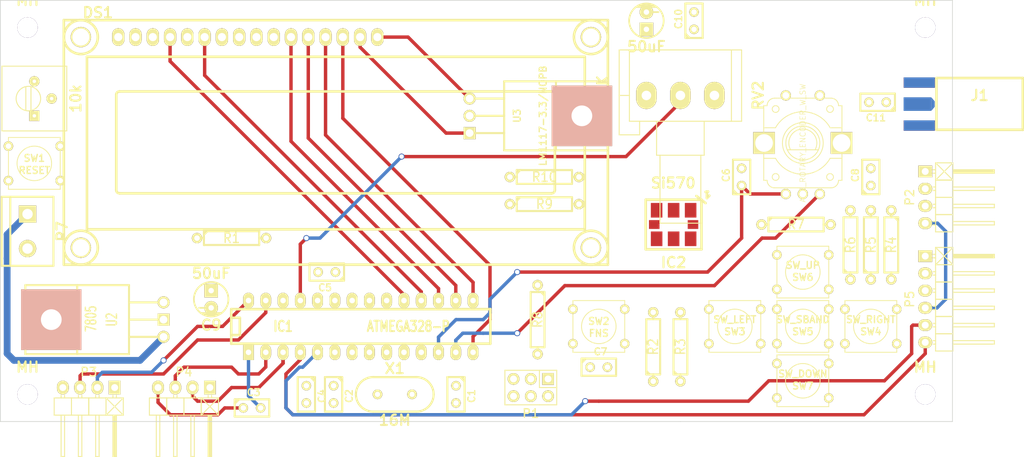
<source format=kicad_pcb>
(kicad_pcb (version 20171130) (host pcbnew "(5.1.12)-1")

  (general
    (thickness 1.6)
    (drawings 6)
    (tracks 131)
    (zones 0)
    (modules 49)
    (nets 49)
  )

  (page A4)
  (layers
    (0 F.Cu signal)
    (31 B.Cu signal)
    (32 B.Adhes user hide)
    (33 F.Adhes user hide)
    (34 B.Paste user hide)
    (35 F.Paste user hide)
    (36 B.SilkS user hide)
    (37 F.SilkS user hide)
    (38 B.Mask user hide)
    (39 F.Mask user hide)
    (40 Dwgs.User user hide)
    (41 Cmts.User user hide)
    (42 Eco1.User user hide)
    (43 Eco2.User user hide)
    (44 Edge.Cuts user)
    (45 Margin user hide)
    (46 B.CrtYd user hide)
    (47 F.CrtYd user hide)
    (48 B.Fab user hide)
    (49 F.Fab user hide)
  )

  (setup
    (last_trace_width 0.5)
    (user_trace_width 0.5)
    (user_trace_width 1)
    (trace_clearance 0.5)
    (zone_clearance 0.508)
    (zone_45_only no)
    (trace_min 0.254)
    (via_size 0.889)
    (via_drill 0.635)
    (via_min_size 0.889)
    (via_min_drill 0.508)
    (user_via 1 0.5)
    (uvia_size 0.508)
    (uvia_drill 0.127)
    (uvias_allowed no)
    (uvia_min_size 0.508)
    (uvia_min_drill 0.127)
    (edge_width 0.1)
    (segment_width 0.2)
    (pcb_text_width 0.3)
    (pcb_text_size 1.5 1.5)
    (mod_edge_width 0.15)
    (mod_text_size 1 1)
    (mod_text_width 0.15)
    (pad_size 1.5 1.5)
    (pad_drill 0.6)
    (pad_to_mask_clearance 0)
    (aux_axis_origin 0 0)
    (visible_elements 7FFFFFFF)
    (pcbplotparams
      (layerselection 0x00030_80000001)
      (usegerberextensions false)
      (usegerberattributes true)
      (usegerberadvancedattributes true)
      (creategerberjobfile true)
      (excludeedgelayer true)
      (linewidth 0.100000)
      (plotframeref false)
      (viasonmask false)
      (mode 1)
      (useauxorigin false)
      (hpglpennumber 1)
      (hpglpenspeed 20)
      (hpglpendiameter 15.000000)
      (psnegative false)
      (psa4output false)
      (plotreference true)
      (plotvalue true)
      (plotinvisibletext false)
      (padsonsilk false)
      (subtractmaskfromsilk false)
      (outputformat 1)
      (mirror false)
      (drillshape 1)
      (scaleselection 1)
      (outputdirectory ""))
  )

  (net 0 "")
  (net 1 "Net-(C1-Pad1)")
  (net 2 GND)
  (net 3 "Net-(C2-Pad1)")
  (net 4 RTS)
  (net 5 "Net-(C3-Pad2)")
  (net 6 VCC)
  (net 7 "Net-(C5-Pad1)")
  (net 8 "Net-(C6-Pad1)")
  (net 9 "Net-(C7-Pad1)")
  (net 10 "Net-(C8-Pad1)")
  (net 11 +3.3V)
  (net 12 "Net-(C11-Pad1)")
  (net 13 "Net-(C11-Pad2)")
  (net 14 "Net-(DS1-Pad3)")
  (net 15 /RS)
  (net 16 /E)
  (net 17 "Net-(DS1-Pad7)")
  (net 18 "Net-(DS1-Pad8)")
  (net 19 "Net-(DS1-Pad9)")
  (net 20 "Net-(DS1-Pad10)")
  (net 21 /D4)
  (net 22 /D5)
  (net 23 /D6)
  (net 24 /D7)
  (net 25 TX)
  (net 26 RX)
  (net 27 USB/LSB)
  (net 28 CWTONE)
  (net 29 TX/RX)
  (net 30 RF386)
  (net 31 "Net-(IC1-Pad21)")
  (net 32 /TUNE)
  (net 33 SDA)
  (net 34 SCL)
  (net 35 "Net-(IC2-Pad1)")
  (net 36 "Net-(IC2-Pad2)")
  (net 37 +12V)
  (net 38 "Net-(R2-Pad1)")
  (net 39 "Net-(R3-Pad1)")
  (net 40 "Net-(R4-Pad1)")
  (net 41 "Net-(R5-Pad1)")
  (net 42 "Net-(R6-Pad1)")
  (net 43 "Net-(R7-Pad1)")
  (net 44 "Net-(ROT_ENC1-Pad7)")
  (net 45 "Net-(U3-Pad4)")
  (net 46 PTT)
  (net 47 KEY)
  (net 48 "Net-(P2-Pad2)")

  (net_class Default "This is the default net class."
    (clearance 0.5)
    (trace_width 0.5)
    (via_dia 0.889)
    (via_drill 0.635)
    (uvia_dia 0.508)
    (uvia_drill 0.127)
    (add_net +3.3V)
    (add_net /D4)
    (add_net /D5)
    (add_net /D6)
    (add_net /D7)
    (add_net /E)
    (add_net /RS)
    (add_net /TUNE)
    (add_net CWTONE)
    (add_net GND)
    (add_net KEY)
    (add_net "Net-(C1-Pad1)")
    (add_net "Net-(C11-Pad1)")
    (add_net "Net-(C11-Pad2)")
    (add_net "Net-(C2-Pad1)")
    (add_net "Net-(C3-Pad2)")
    (add_net "Net-(C5-Pad1)")
    (add_net "Net-(C6-Pad1)")
    (add_net "Net-(C7-Pad1)")
    (add_net "Net-(C8-Pad1)")
    (add_net "Net-(DS1-Pad10)")
    (add_net "Net-(DS1-Pad3)")
    (add_net "Net-(DS1-Pad7)")
    (add_net "Net-(DS1-Pad8)")
    (add_net "Net-(DS1-Pad9)")
    (add_net "Net-(IC1-Pad21)")
    (add_net "Net-(IC2-Pad1)")
    (add_net "Net-(IC2-Pad2)")
    (add_net "Net-(P2-Pad2)")
    (add_net "Net-(R2-Pad1)")
    (add_net "Net-(R3-Pad1)")
    (add_net "Net-(R4-Pad1)")
    (add_net "Net-(R5-Pad1)")
    (add_net "Net-(R6-Pad1)")
    (add_net "Net-(R7-Pad1)")
    (add_net "Net-(ROT_ENC1-Pad7)")
    (add_net "Net-(U3-Pad4)")
    (add_net PTT)
    (add_net RF386)
    (add_net RTS)
    (add_net RX)
    (add_net SCL)
    (add_net SDA)
    (add_net TX)
    (add_net TX/RX)
    (add_net USB/LSB)
  )

  (net_class Power ""
    (clearance 1)
    (trace_width 1)
    (via_dia 1.5)
    (via_drill 0.8)
    (uvia_dia 0.508)
    (uvia_drill 0.127)
    (add_net +12V)
    (add_net VCC)
  )

  (module Discret:C1 (layer F.Cu) (tedit 545C7DAE) (tstamp 545C82A8)
    (at 103 158 270)
    (descr "Condensateur e = 1 pas")
    (tags C)
    (path /5455BC5C)
    (fp_text reference C1 (at 0.254 -2.286 270) (layer F.SilkS)
      (effects (font (size 1.016 1.016) (thickness 0.2032)))
    )
    (fp_text value 22pF (at 0 -2.286 270) (layer F.SilkS) hide
      (effects (font (size 1.016 1.016) (thickness 0.2032)))
    )
    (fp_line (start -2.54 -0.635) (end -1.905 -1.27) (layer F.SilkS) (width 0.3048))
    (fp_line (start -2.54 1.27) (end -2.54 -1.27) (layer F.SilkS) (width 0.3048))
    (fp_line (start 2.54 1.27) (end -2.54 1.27) (layer F.SilkS) (width 0.3048))
    (fp_line (start 2.54 -1.27) (end 2.54 1.27) (layer F.SilkS) (width 0.3048))
    (fp_line (start -2.4892 -1.27) (end 2.54 -1.27) (layer F.SilkS) (width 0.3048))
    (pad 1 thru_hole circle (at -1.27 0 270) (size 1.397 1.397) (drill 0.8128) (layers *.Cu *.Mask F.SilkS)
      (net 1 "Net-(C1-Pad1)"))
    (pad 2 thru_hole circle (at 1.27 0 270) (size 1.397 1.397) (drill 0.8128) (layers *.Cu *.Mask F.SilkS)
      (net 2 GND))
    (model discret/capa_1_pas.wrl
      (at (xyz 0 0 0))
      (scale (xyz 1 1 1))
      (rotate (xyz 0 0 0))
    )
  )

  (module Discret:C1 (layer F.Cu) (tedit 545C7DAE) (tstamp 545C82B3)
    (at 85 158 270)
    (descr "Condensateur e = 1 pas")
    (tags C)
    (path /5455BC99)
    (fp_text reference C2 (at 0.254 -2.286 270) (layer F.SilkS)
      (effects (font (size 1.016 1.016) (thickness 0.2032)))
    )
    (fp_text value 22pF (at 0 -2.286 270) (layer F.SilkS) hide
      (effects (font (size 1.016 1.016) (thickness 0.2032)))
    )
    (fp_line (start -2.54 -0.635) (end -1.905 -1.27) (layer F.SilkS) (width 0.3048))
    (fp_line (start -2.54 1.27) (end -2.54 -1.27) (layer F.SilkS) (width 0.3048))
    (fp_line (start 2.54 1.27) (end -2.54 1.27) (layer F.SilkS) (width 0.3048))
    (fp_line (start 2.54 -1.27) (end 2.54 1.27) (layer F.SilkS) (width 0.3048))
    (fp_line (start -2.4892 -1.27) (end 2.54 -1.27) (layer F.SilkS) (width 0.3048))
    (pad 1 thru_hole circle (at -1.27 0 270) (size 1.397 1.397) (drill 0.8128) (layers *.Cu *.Mask F.SilkS)
      (net 3 "Net-(C2-Pad1)"))
    (pad 2 thru_hole circle (at 1.27 0 270) (size 1.397 1.397) (drill 0.8128) (layers *.Cu *.Mask F.SilkS)
      (net 2 GND))
    (model discret/capa_1_pas.wrl
      (at (xyz 0 0 0))
      (scale (xyz 1 1 1))
      (rotate (xyz 0 0 0))
    )
  )

  (module Discret:C1 (layer F.Cu) (tedit 545C7DAE) (tstamp 545C82BE)
    (at 73 160)
    (descr "Condensateur e = 1 pas")
    (tags C)
    (path /54559F4B)
    (fp_text reference C3 (at 0.254 -2.286) (layer F.SilkS)
      (effects (font (size 1.016 1.016) (thickness 0.2032)))
    )
    (fp_text value 0.1 (at 0 -2.286) (layer F.SilkS) hide
      (effects (font (size 1.016 1.016) (thickness 0.2032)))
    )
    (fp_line (start -2.54 -0.635) (end -1.905 -1.27) (layer F.SilkS) (width 0.3048))
    (fp_line (start -2.54 1.27) (end -2.54 -1.27) (layer F.SilkS) (width 0.3048))
    (fp_line (start 2.54 1.27) (end -2.54 1.27) (layer F.SilkS) (width 0.3048))
    (fp_line (start 2.54 -1.27) (end 2.54 1.27) (layer F.SilkS) (width 0.3048))
    (fp_line (start -2.4892 -1.27) (end 2.54 -1.27) (layer F.SilkS) (width 0.3048))
    (pad 1 thru_hole circle (at -1.27 0) (size 1.397 1.397) (drill 0.8128) (layers *.Cu *.Mask F.SilkS)
      (net 4 RTS))
    (pad 2 thru_hole circle (at 1.27 0) (size 1.397 1.397) (drill 0.8128) (layers *.Cu *.Mask F.SilkS)
      (net 5 "Net-(C3-Pad2)"))
    (model discret/capa_1_pas.wrl
      (at (xyz 0 0 0))
      (scale (xyz 1 1 1))
      (rotate (xyz 0 0 0))
    )
  )

  (module Discret:C1 (layer F.Cu) (tedit 545C7DAE) (tstamp 545C82C9)
    (at 81 158 270)
    (descr "Condensateur e = 1 pas")
    (tags C)
    (path /545A1E7F)
    (fp_text reference C4 (at 0.254 -2.286 270) (layer F.SilkS)
      (effects (font (size 1.016 1.016) (thickness 0.2032)))
    )
    (fp_text value C (at 0 -2.286 270) (layer F.SilkS) hide
      (effects (font (size 1.016 1.016) (thickness 0.2032)))
    )
    (fp_line (start -2.54 -0.635) (end -1.905 -1.27) (layer F.SilkS) (width 0.3048))
    (fp_line (start -2.54 1.27) (end -2.54 -1.27) (layer F.SilkS) (width 0.3048))
    (fp_line (start 2.54 1.27) (end -2.54 1.27) (layer F.SilkS) (width 0.3048))
    (fp_line (start 2.54 -1.27) (end 2.54 1.27) (layer F.SilkS) (width 0.3048))
    (fp_line (start -2.4892 -1.27) (end 2.54 -1.27) (layer F.SilkS) (width 0.3048))
    (pad 1 thru_hole circle (at -1.27 0 270) (size 1.397 1.397) (drill 0.8128) (layers *.Cu *.Mask F.SilkS)
      (net 6 VCC))
    (pad 2 thru_hole circle (at 1.27 0 270) (size 1.397 1.397) (drill 0.8128) (layers *.Cu *.Mask F.SilkS)
      (net 2 GND))
    (model discret/capa_1_pas.wrl
      (at (xyz 0 0 0))
      (scale (xyz 1 1 1))
      (rotate (xyz 0 0 0))
    )
  )

  (module Discret:C1 (layer F.Cu) (tedit 545C7DAE) (tstamp 545C82D4)
    (at 84 140 180)
    (descr "Condensateur e = 1 pas")
    (tags C)
    (path /545A1EE7)
    (fp_text reference C5 (at 0.254 -2.286 180) (layer F.SilkS)
      (effects (font (size 1.016 1.016) (thickness 0.2032)))
    )
    (fp_text value C (at 0 -2.286 180) (layer F.SilkS) hide
      (effects (font (size 1.016 1.016) (thickness 0.2032)))
    )
    (fp_line (start -2.54 -0.635) (end -1.905 -1.27) (layer F.SilkS) (width 0.3048))
    (fp_line (start -2.54 1.27) (end -2.54 -1.27) (layer F.SilkS) (width 0.3048))
    (fp_line (start 2.54 1.27) (end -2.54 1.27) (layer F.SilkS) (width 0.3048))
    (fp_line (start 2.54 -1.27) (end 2.54 1.27) (layer F.SilkS) (width 0.3048))
    (fp_line (start -2.4892 -1.27) (end 2.54 -1.27) (layer F.SilkS) (width 0.3048))
    (pad 1 thru_hole circle (at -1.27 0 180) (size 1.397 1.397) (drill 0.8128) (layers *.Cu *.Mask F.SilkS)
      (net 7 "Net-(C5-Pad1)"))
    (pad 2 thru_hole circle (at 1.27 0 180) (size 1.397 1.397) (drill 0.8128) (layers *.Cu *.Mask F.SilkS)
      (net 2 GND))
    (model discret/capa_1_pas.wrl
      (at (xyz 0 0 0))
      (scale (xyz 1 1 1))
      (rotate (xyz 0 0 0))
    )
  )

  (module Discret:C1 (layer F.Cu) (tedit 545C7DAE) (tstamp 545C82DF)
    (at 145 126 90)
    (descr "Condensateur e = 1 pas")
    (tags C)
    (path /5459F9BC)
    (fp_text reference C6 (at 0.254 -2.286 90) (layer F.SilkS)
      (effects (font (size 1.016 1.016) (thickness 0.2032)))
    )
    (fp_text value 1nF (at 0 -2.286 90) (layer F.SilkS) hide
      (effects (font (size 1.016 1.016) (thickness 0.2032)))
    )
    (fp_line (start -2.54 -0.635) (end -1.905 -1.27) (layer F.SilkS) (width 0.3048))
    (fp_line (start -2.54 1.27) (end -2.54 -1.27) (layer F.SilkS) (width 0.3048))
    (fp_line (start 2.54 1.27) (end -2.54 1.27) (layer F.SilkS) (width 0.3048))
    (fp_line (start 2.54 -1.27) (end 2.54 1.27) (layer F.SilkS) (width 0.3048))
    (fp_line (start -2.4892 -1.27) (end 2.54 -1.27) (layer F.SilkS) (width 0.3048))
    (pad 1 thru_hole circle (at -1.27 0 90) (size 1.397 1.397) (drill 0.8128) (layers *.Cu *.Mask F.SilkS)
      (net 8 "Net-(C6-Pad1)"))
    (pad 2 thru_hole circle (at 1.27 0 90) (size 1.397 1.397) (drill 0.8128) (layers *.Cu *.Mask F.SilkS)
      (net 2 GND))
    (model discret/capa_1_pas.wrl
      (at (xyz 0 0 0))
      (scale (xyz 1 1 1))
      (rotate (xyz 0 0 0))
    )
  )

  (module Discret:C1 (layer F.Cu) (tedit 545C7DAE) (tstamp 545C82EA)
    (at 124 154)
    (descr "Condensateur e = 1 pas")
    (tags C)
    (path /5459D4E2)
    (fp_text reference C7 (at 0.254 -2.286) (layer F.SilkS)
      (effects (font (size 1.016 1.016) (thickness 0.2032)))
    )
    (fp_text value 1nF (at 0 -2.286) (layer F.SilkS) hide
      (effects (font (size 1.016 1.016) (thickness 0.2032)))
    )
    (fp_line (start -2.54 -0.635) (end -1.905 -1.27) (layer F.SilkS) (width 0.3048))
    (fp_line (start -2.54 1.27) (end -2.54 -1.27) (layer F.SilkS) (width 0.3048))
    (fp_line (start 2.54 1.27) (end -2.54 1.27) (layer F.SilkS) (width 0.3048))
    (fp_line (start 2.54 -1.27) (end 2.54 1.27) (layer F.SilkS) (width 0.3048))
    (fp_line (start -2.4892 -1.27) (end 2.54 -1.27) (layer F.SilkS) (width 0.3048))
    (pad 1 thru_hole circle (at -1.27 0) (size 1.397 1.397) (drill 0.8128) (layers *.Cu *.Mask F.SilkS)
      (net 9 "Net-(C7-Pad1)"))
    (pad 2 thru_hole circle (at 1.27 0) (size 1.397 1.397) (drill 0.8128) (layers *.Cu *.Mask F.SilkS)
      (net 2 GND))
    (model discret/capa_1_pas.wrl
      (at (xyz 0 0 0))
      (scale (xyz 1 1 1))
      (rotate (xyz 0 0 0))
    )
  )

  (module Discret:C1 (layer F.Cu) (tedit 545C7DAE) (tstamp 545C82F5)
    (at 164 126 90)
    (descr "Condensateur e = 1 pas")
    (tags C)
    (path /5459FA18)
    (fp_text reference C8 (at 0.254 -2.286 90) (layer F.SilkS)
      (effects (font (size 1.016 1.016) (thickness 0.2032)))
    )
    (fp_text value 1nF (at 0 -2.286 90) (layer F.SilkS) hide
      (effects (font (size 1.016 1.016) (thickness 0.2032)))
    )
    (fp_line (start -2.54 -0.635) (end -1.905 -1.27) (layer F.SilkS) (width 0.3048))
    (fp_line (start -2.54 1.27) (end -2.54 -1.27) (layer F.SilkS) (width 0.3048))
    (fp_line (start 2.54 1.27) (end -2.54 1.27) (layer F.SilkS) (width 0.3048))
    (fp_line (start 2.54 -1.27) (end 2.54 1.27) (layer F.SilkS) (width 0.3048))
    (fp_line (start -2.4892 -1.27) (end 2.54 -1.27) (layer F.SilkS) (width 0.3048))
    (pad 1 thru_hole circle (at -1.27 0 90) (size 1.397 1.397) (drill 0.8128) (layers *.Cu *.Mask F.SilkS)
      (net 10 "Net-(C8-Pad1)"))
    (pad 2 thru_hole circle (at 1.27 0 90) (size 1.397 1.397) (drill 0.8128) (layers *.Cu *.Mask F.SilkS)
      (net 2 GND))
    (model discret/capa_1_pas.wrl
      (at (xyz 0 0 0))
      (scale (xyz 1 1 1))
      (rotate (xyz 0 0 0))
    )
  )

  (module Discret:C1 (layer F.Cu) (tedit 545C7DAE) (tstamp 545C8310)
    (at 138 103 90)
    (descr "Condensateur e = 1 pas")
    (tags C)
    (path /5459E30C)
    (fp_text reference C10 (at 0.254 -2.286 90) (layer F.SilkS)
      (effects (font (size 1.016 1.016) (thickness 0.2032)))
    )
    (fp_text value .1uF (at 0 -2.286 90) (layer F.SilkS) hide
      (effects (font (size 1.016 1.016) (thickness 0.2032)))
    )
    (fp_line (start -2.54 -0.635) (end -1.905 -1.27) (layer F.SilkS) (width 0.3048))
    (fp_line (start -2.54 1.27) (end -2.54 -1.27) (layer F.SilkS) (width 0.3048))
    (fp_line (start 2.54 1.27) (end -2.54 1.27) (layer F.SilkS) (width 0.3048))
    (fp_line (start 2.54 -1.27) (end 2.54 1.27) (layer F.SilkS) (width 0.3048))
    (fp_line (start -2.4892 -1.27) (end 2.54 -1.27) (layer F.SilkS) (width 0.3048))
    (pad 1 thru_hole circle (at -1.27 0 90) (size 1.397 1.397) (drill 0.8128) (layers *.Cu *.Mask F.SilkS)
      (net 11 +3.3V))
    (pad 2 thru_hole circle (at 1.27 0 90) (size 1.397 1.397) (drill 0.8128) (layers *.Cu *.Mask F.SilkS)
      (net 2 GND))
    (model discret/capa_1_pas.wrl
      (at (xyz 0 0 0))
      (scale (xyz 1 1 1))
      (rotate (xyz 0 0 0))
    )
  )

  (module Discret:C1 (layer F.Cu) (tedit 545C7DAE) (tstamp 5460431B)
    (at 165 115 180)
    (descr "Condensateur e = 1 pas")
    (tags C)
    (path /545A32D2)
    (fp_text reference C11 (at 0.254 -2.286 180) (layer F.SilkS)
      (effects (font (size 1.016 1.016) (thickness 0.2032)))
    )
    (fp_text value .1uF (at 0 -2.286 180) (layer F.SilkS) hide
      (effects (font (size 1.016 1.016) (thickness 0.2032)))
    )
    (fp_line (start -2.54 -0.635) (end -1.905 -1.27) (layer F.SilkS) (width 0.3048))
    (fp_line (start -2.54 1.27) (end -2.54 -1.27) (layer F.SilkS) (width 0.3048))
    (fp_line (start 2.54 1.27) (end -2.54 1.27) (layer F.SilkS) (width 0.3048))
    (fp_line (start 2.54 -1.27) (end 2.54 1.27) (layer F.SilkS) (width 0.3048))
    (fp_line (start -2.4892 -1.27) (end 2.54 -1.27) (layer F.SilkS) (width 0.3048))
    (pad 1 thru_hole circle (at -1.27 0 180) (size 1.397 1.397) (drill 0.8128) (layers *.Cu *.Mask F.SilkS)
      (net 12 "Net-(C11-Pad1)"))
    (pad 2 thru_hole circle (at 1.27 0 180) (size 1.397 1.397) (drill 0.8128) (layers *.Cu *.Mask F.SilkS)
      (net 13 "Net-(C11-Pad2)"))
    (model discret/capa_1_pas.wrl
      (at (xyz 0 0 0))
      (scale (xyz 1 1 1))
      (rotate (xyz 0 0 0))
    )
  )

  (module Display:WC1602A (layer F.Cu) (tedit 545C7DAE) (tstamp 545C8357)
    (at 53.34 105.41)
    (descr http://www.kamami.pl/dl/wc1602a0.pdf)
    (tags "LCD 16x2 Alphanumeric 16pin")
    (path /5455760B)
    (fp_text reference DS1 (at -2.99974 -3.59918) (layer F.SilkS)
      (effects (font (size 1.524 1.524) (thickness 0.3048)))
    )
    (fp_text value LCD16X2 (at 31.99892 15.49908) (layer F.SilkS) hide
      (effects (font (size 1.524 1.524) (thickness 0.3048)))
    )
    (fp_line (start -8.001 33.50006) (end -8.001 -2.49936) (layer F.SilkS) (width 0.381))
    (fp_line (start 71.99884 33.50006) (end -8.001 33.50006) (layer F.SilkS) (width 0.381))
    (fp_line (start 71.99884 -2.49936) (end 71.99884 33.50006) (layer F.SilkS) (width 0.381))
    (fp_line (start -8.001 -2.49936) (end 71.99884 -2.49936) (layer F.SilkS) (width 0.381))
    (fp_circle (center -5.4991 0) (end -2.99974 0) (layer F.SilkS) (width 0.381))
    (fp_circle (center -5.4991 31.0007) (end -8.001 31.0007) (layer F.SilkS) (width 0.381))
    (fp_circle (center 69.49948 31.0007) (end 71.99884 31.0007) (layer F.SilkS) (width 0.381))
    (fp_circle (center 69.49948 0) (end 71.99884 0) (layer F.SilkS) (width 0.381))
    (fp_line (start -4.59994 28.30068) (end -4.59994 2.90068) (layer F.SilkS) (width 0.381))
    (fp_line (start 68.60032 28.30068) (end -4.59994 28.30068) (layer F.SilkS) (width 0.381))
    (fp_line (start 68.60032 2.90068) (end 68.60032 28.30068) (layer F.SilkS) (width 0.381))
    (fp_line (start -4.59994 2.90068) (end 68.60032 2.90068) (layer F.SilkS) (width 0.381))
    (fp_line (start 64.20104 8.49884) (end 64.20104 22.49932) (layer F.SilkS) (width 0.381))
    (fp_line (start 63.70066 22.9997) (end 0.20066 22.9997) (layer F.SilkS) (width 0.381))
    (fp_line (start -0.29972 22.49932) (end -0.29972 8.49884) (layer F.SilkS) (width 0.381))
    (fp_line (start 0.20066 8.001) (end 63.70066 8.001) (layer F.SilkS) (width 0.381))
    (fp_arc (start 63.70066 8.49884) (end 63.70066 8.001) (angle 90) (layer F.SilkS) (width 0.381))
    (fp_arc (start 63.70066 22.49932) (end 64.20104 22.49932) (angle 90) (layer F.SilkS) (width 0.381))
    (fp_arc (start 0.20066 22.49932) (end 0.20066 22.9997) (angle 90) (layer F.SilkS) (width 0.381))
    (fp_arc (start 0.20066 8.49884) (end -0.29972 8.49884) (angle 90) (layer F.SilkS) (width 0.381))
    (pad 1 thru_hole oval (at 0 0) (size 1.8 2.6) (drill 1.2) (layers *.Cu *.Mask F.SilkS)
      (net 2 GND))
    (pad 2 thru_hole oval (at 2.54 0) (size 1.8 2.6) (drill 1.2) (layers *.Cu *.Mask F.SilkS)
      (net 6 VCC))
    (pad 3 thru_hole oval (at 5.08 0) (size 1.8 2.6) (drill 1.2) (layers *.Cu *.Mask F.SilkS)
      (net 14 "Net-(DS1-Pad3)"))
    (pad 4 thru_hole oval (at 7.62 0) (size 1.8 2.6) (drill 1.2) (layers *.Cu *.Mask F.SilkS)
      (net 15 /RS))
    (pad 5 thru_hole oval (at 10.16 0) (size 1.8 2.6) (drill 1.2) (layers *.Cu *.Mask F.SilkS)
      (net 2 GND))
    (pad 6 thru_hole oval (at 12.7 0) (size 1.8 2.6) (drill 1.2) (layers *.Cu *.Mask F.SilkS)
      (net 16 /E))
    (pad 7 thru_hole oval (at 15.24 0) (size 1.8 2.6) (drill 1.2) (layers *.Cu *.Mask F.SilkS)
      (net 17 "Net-(DS1-Pad7)"))
    (pad 8 thru_hole oval (at 17.78 0) (size 1.8 2.6) (drill 1.2) (layers *.Cu *.Mask F.SilkS)
      (net 18 "Net-(DS1-Pad8)"))
    (pad 9 thru_hole oval (at 20.32 0) (size 1.8 2.6) (drill 1.2) (layers *.Cu *.Mask F.SilkS)
      (net 19 "Net-(DS1-Pad9)"))
    (pad 10 thru_hole oval (at 22.86 0) (size 1.8 2.6) (drill 1.2) (layers *.Cu *.Mask F.SilkS)
      (net 20 "Net-(DS1-Pad10)"))
    (pad 11 thru_hole oval (at 25.4 0) (size 1.8 2.6) (drill 1.2) (layers *.Cu *.Mask F.SilkS)
      (net 21 /D4))
    (pad 12 thru_hole oval (at 27.94 0) (size 1.8 2.6) (drill 1.2) (layers *.Cu *.Mask F.SilkS)
      (net 22 /D5))
    (pad 13 thru_hole oval (at 30.48 0) (size 1.8 2.6) (drill 1.2) (layers *.Cu *.Mask F.SilkS)
      (net 23 /D6))
    (pad 14 thru_hole oval (at 33.02 0) (size 1.8 2.6) (drill 1.2) (layers *.Cu *.Mask F.SilkS)
      (net 24 /D7))
    (pad 15 thru_hole oval (at 35.56 0) (size 1.8 2.6) (drill 1.2) (layers *.Cu *.Mask F.SilkS)
      (net 6 VCC))
    (pad 16 thru_hole oval (at 38.1 0) (size 1.8 2.6) (drill 1.2) (layers *.Cu *.Mask F.SilkS)
      (net 2 GND))
    (pad 0 thru_hole circle (at -5.4991 0) (size 3 3) (drill 2.5) (layers *.Cu *.Mask F.SilkS))
    (pad 0 thru_hole circle (at -5.4991 31.0007) (size 3 3) (drill 2.5) (layers *.Cu *.Mask F.SilkS))
    (pad 0 thru_hole circle (at 69.49948 31.0007) (size 3 3) (drill 2.5) (layers *.Cu *.Mask F.SilkS))
    (pad 0 thru_hole circle (at 69.49948 0) (size 3 3) (drill 2.5) (layers *.Cu *.Mask F.SilkS))
  )

  (module Sockets_DIP:DIP-28__300_ELL (layer F.Cu) (tedit 545C7DAE) (tstamp 545C837E)
    (at 89 148)
    (descr "28 pins DIL package, elliptical pads, width 300mil")
    (tags DIL)
    (path /545573D8)
    (fp_text reference IC1 (at -11.43 0) (layer F.SilkS)
      (effects (font (size 1.524 1.143) (thickness 0.3048)))
    )
    (fp_text value ATMEGA328-P (at 6.985 0) (layer F.SilkS)
      (effects (font (size 1.524 1.143) (thickness 0.3048)))
    )
    (fp_line (start -17.78 1.27) (end -19.05 1.27) (layer F.SilkS) (width 0.381))
    (fp_line (start -17.78 -1.27) (end -17.78 1.27) (layer F.SilkS) (width 0.381))
    (fp_line (start -19.05 -1.27) (end -17.78 -1.27) (layer F.SilkS) (width 0.381))
    (fp_line (start -19.05 2.54) (end -19.05 -2.54) (layer F.SilkS) (width 0.381))
    (fp_line (start 19.05 2.54) (end -19.05 2.54) (layer F.SilkS) (width 0.381))
    (fp_line (start 19.05 -2.54) (end 19.05 2.54) (layer F.SilkS) (width 0.381))
    (fp_line (start -19.05 -2.54) (end 19.05 -2.54) (layer F.SilkS) (width 0.381))
    (pad 2 thru_hole oval (at -13.97 3.81) (size 1.5748 2.286) (drill 0.8128) (layers *.Cu *.Mask F.SilkS)
      (net 25 TX))
    (pad 3 thru_hole oval (at -11.43 3.81) (size 1.5748 2.286) (drill 0.8128) (layers *.Cu *.Mask F.SilkS)
      (net 26 RX))
    (pad 4 thru_hole oval (at -8.89 3.81) (size 1.5748 2.286) (drill 0.8128) (layers *.Cu *.Mask F.SilkS)
      (net 27 USB/LSB))
    (pad 5 thru_hole oval (at -6.35 3.81) (size 1.5748 2.286) (drill 0.8128) (layers *.Cu *.Mask F.SilkS)
      (net 28 CWTONE))
    (pad 6 thru_hole oval (at -3.81 3.81) (size 1.5748 2.286) (drill 0.8128) (layers *.Cu *.Mask F.SilkS)
      (net 29 TX/RX))
    (pad 7 thru_hole oval (at -1.27 3.81) (size 1.5748 2.286) (drill 0.8128) (layers *.Cu *.Mask F.SilkS)
      (net 6 VCC))
    (pad 8 thru_hole oval (at 1.27 3.81) (size 1.5748 2.286) (drill 0.8128) (layers *.Cu *.Mask F.SilkS)
      (net 2 GND))
    (pad 9 thru_hole oval (at 3.81 3.81) (size 1.5748 2.286) (drill 0.8128) (layers *.Cu *.Mask F.SilkS)
      (net 3 "Net-(C2-Pad1)"))
    (pad 10 thru_hole oval (at 6.35 3.81) (size 1.5748 2.286) (drill 0.8128) (layers *.Cu *.Mask F.SilkS)
      (net 1 "Net-(C1-Pad1)"))
    (pad 11 thru_hole oval (at 8.89 3.81) (size 1.5748 2.286) (drill 0.8128) (layers *.Cu *.Mask F.SilkS)
      (net 30 RF386))
    (pad 12 thru_hole oval (at 11.43 3.81) (size 1.5748 2.286) (drill 0.8128) (layers *.Cu *.Mask F.SilkS)
      (net 8 "Net-(C6-Pad1)"))
    (pad 13 thru_hole oval (at 13.97 3.81) (size 1.5748 2.286) (drill 0.8128) (layers *.Cu *.Mask F.SilkS)
      (net 10 "Net-(C8-Pad1)"))
    (pad 14 thru_hole oval (at 16.51 3.81) (size 1.5748 2.286) (drill 0.8128) (layers *.Cu *.Mask F.SilkS)
      (net 24 /D7))
    (pad 1 thru_hole rect (at -16.51 3.81) (size 1.5748 2.286) (drill 0.8128) (layers *.Cu *.Mask F.SilkS)
      (net 5 "Net-(C3-Pad2)"))
    (pad 15 thru_hole oval (at 16.51 -3.81) (size 1.5748 2.286) (drill 0.8128) (layers *.Cu *.Mask F.SilkS)
      (net 23 /D6))
    (pad 16 thru_hole oval (at 13.97 -3.81) (size 1.5748 2.286) (drill 0.8128) (layers *.Cu *.Mask F.SilkS)
      (net 22 /D5))
    (pad 17 thru_hole oval (at 11.43 -3.81) (size 1.5748 2.286) (drill 0.8128) (layers *.Cu *.Mask F.SilkS)
      (net 21 /D4))
    (pad 18 thru_hole oval (at 8.89 -3.81) (size 1.5748 2.286) (drill 0.8128) (layers *.Cu *.Mask F.SilkS)
      (net 16 /E))
    (pad 19 thru_hole oval (at 6.35 -3.81) (size 1.5748 2.286) (drill 0.8128) (layers *.Cu *.Mask F.SilkS)
      (net 15 /RS))
    (pad 20 thru_hole oval (at 3.81 -3.81) (size 1.5748 2.286) (drill 0.8128) (layers *.Cu *.Mask F.SilkS)
      (net 7 "Net-(C5-Pad1)"))
    (pad 21 thru_hole oval (at 1.27 -3.81) (size 1.5748 2.286) (drill 0.8128) (layers *.Cu *.Mask F.SilkS)
      (net 31 "Net-(IC1-Pad21)"))
    (pad 22 thru_hole oval (at -1.27 -3.81) (size 1.5748 2.286) (drill 0.8128) (layers *.Cu *.Mask F.SilkS)
      (net 2 GND))
    (pad 23 thru_hole oval (at -3.81 -3.81) (size 1.5748 2.286) (drill 0.8128) (layers *.Cu *.Mask F.SilkS)
      (net 46 PTT))
    (pad 24 thru_hole oval (at -6.35 -3.81) (size 1.5748 2.286) (drill 0.8128) (layers *.Cu *.Mask F.SilkS)
      (net 47 KEY))
    (pad 25 thru_hole oval (at -8.89 -3.81) (size 1.5748 2.286) (drill 0.8128) (layers *.Cu *.Mask F.SilkS)
      (net 32 /TUNE))
    (pad 26 thru_hole oval (at -11.43 -3.81) (size 1.5748 2.286) (drill 0.8128) (layers *.Cu *.Mask F.SilkS)
      (net 9 "Net-(C7-Pad1)"))
    (pad 27 thru_hole oval (at -13.97 -3.81) (size 1.5748 2.286) (drill 0.8128) (layers *.Cu *.Mask F.SilkS)
      (net 33 SDA))
    (pad 28 thru_hole oval (at -16.51 -3.81) (size 1.5748 2.286) (drill 0.8128) (layers *.Cu *.Mask F.SilkS)
      (net 34 SCL))
    (model dil/dil_28-w300.wrl
      (at (xyz 0 0 0))
      (scale (xyz 1 1 1))
      (rotate (xyz 0 0 0))
    )
  )

  (module Oscillators:SI570_SI571_Standard (layer F.Cu) (tedit 545C7DAE) (tstamp 546054CC)
    (at 135 133 180)
    (descr "SI570, SI571, Programmable oscillator, Standard,")
    (tags "SI570, SI571, Programmable oscillator, Standard,")
    (path /5459CCA1)
    (attr smd)
    (fp_text reference IC2 (at 0 -5.6007 180) (layer F.SilkS)
      (effects (font (size 1.524 1.524) (thickness 0.3048)))
    )
    (fp_text value Si570 (at 0.0508 6.10108 180) (layer F.SilkS)
      (effects (font (size 1.524 1.524) (thickness 0.3048)))
    )
    (fp_line (start 4.09956 3.64998) (end 4.09956 -3.64998) (layer F.SilkS) (width 0.381))
    (fp_line (start -4.09956 3.64998) (end 4.09956 3.64998) (layer F.SilkS) (width 0.381))
    (fp_line (start -4.09956 -3.64998) (end -4.09956 3.64998) (layer F.SilkS) (width 0.381))
    (fp_line (start 4.09956 -3.64998) (end -4.09956 -3.64998) (layer F.SilkS) (width 0.381))
    (fp_line (start -4.70154 3.1496) (end -3.35026 4.20116) (layer F.SilkS) (width 0.381))
    (fp_circle (center -1.00076 0) (end -0.8509 0) (layer F.Adhes) (width 0.381))
    (fp_circle (center 1.00076 0) (end 0.8509 0) (layer F.Adhes) (width 0.381))
    (fp_circle (center 1.00076 0) (end 0.55118 0) (layer F.Adhes) (width 0.381))
    (fp_circle (center -1.00076 0) (end -0.55118 0) (layer F.Adhes) (width 0.381))
    (fp_circle (center 0 0) (end 0.14986 0) (layer F.Adhes) (width 0.381))
    (fp_circle (center 0 0) (end 0.35052 0) (layer F.Adhes) (width 0.381))
    (fp_line (start -5.04952 4.84886) (end -4.699 4.8006) (layer F.SilkS) (width 0.381))
    (fp_line (start -4.89966 4.84886) (end -5.04952 4.84886) (layer F.SilkS) (width 0.381))
    (fp_line (start -4.89966 3.8989) (end -4.89966 4.84886) (layer F.SilkS) (width 0.381))
    (fp_line (start -5.25018 4.24942) (end -4.89966 3.8989) (layer F.SilkS) (width 0.381))
    (pad 1 smd rect (at -2.49936 2.10058 180) (size 1.69926 2.14884) (layers F.Cu F.Paste F.Mask)
      (net 35 "Net-(IC2-Pad1)"))
    (pad 2 smd rect (at 0 2.10058 180) (size 1.69926 2.14884) (layers F.Cu F.Paste F.Mask)
      (net 36 "Net-(IC2-Pad2)"))
    (pad 3 smd rect (at 2.49936 2.10058 180) (size 1.69926 2.14884) (layers F.Cu F.Paste F.Mask)
      (net 2 GND))
    (pad 4 smd rect (at 2.49936 -2.10058 180) (size 1.69926 2.14884) (layers F.Cu F.Paste F.Mask)
      (net 13 "Net-(C11-Pad2)"))
    (pad 5 smd rect (at 0 -2.10058 180) (size 1.69926 2.14884) (layers F.Cu F.Paste F.Mask)
      (net 2 GND))
    (pad 6 smd rect (at -2.49936 -2.10058 180) (size 1.69926 2.14884) (layers F.Cu F.Paste F.Mask)
      (net 11 +3.3V))
    (pad 7 smd rect (at -2.84988 0 180) (size 1.5494 1.30048) (layers F.Cu F.Paste F.Mask)
      (net 33 SDA))
    (pad 8 smd rect (at 2.84988 0 180) (size 1.5494 1.30048) (layers F.Cu F.Paste F.Mask)
      (net 34 SCL))
  )

  (module Pin_Headers:Pin_Header_Straight_2x03 (layer F.Cu) (tedit 545C7DAE) (tstamp 545C83AB)
    (at 114 157 180)
    (descr "Through hole pin header")
    (tags "pin header")
    (path /54558B9B)
    (fp_text reference P1 (at 0 -3.81 180) (layer F.SilkS)
      (effects (font (size 1.27 1.27) (thickness 0.2032)))
    )
    (fp_text value ICSP (at 0 0 180) (layer F.SilkS) hide
      (effects (font (size 1.27 1.27) (thickness 0.2032)))
    )
    (fp_line (start -1.27 -2.54) (end -3.81 -2.54) (layer F.SilkS) (width 0.15))
    (fp_line (start -3.81 -2.54) (end -3.81 0) (layer F.SilkS) (width 0.15))
    (fp_line (start -3.81 2.54) (end -3.81 0) (layer F.SilkS) (width 0.15))
    (fp_line (start 3.81 -2.54) (end -1.27 -2.54) (layer F.SilkS) (width 0.15))
    (fp_line (start 3.81 2.54) (end 3.81 -2.54) (layer F.SilkS) (width 0.15))
    (fp_line (start -3.81 2.54) (end 3.81 2.54) (layer F.SilkS) (width 0.15))
    (fp_line (start -1.27 0) (end -1.27 2.54) (layer F.SilkS) (width 0.15))
    (fp_line (start -3.81 0) (end -1.27 0) (layer F.SilkS) (width 0.15))
    (pad 1 thru_hole rect (at -2.54 1.27 180) (size 1.7272 1.7272) (drill 1.016) (layers *.Cu *.Mask F.SilkS)
      (net 16 /E))
    (pad 2 thru_hole oval (at -2.54 -1.27 180) (size 1.7272 1.7272) (drill 1.016) (layers *.Cu *.Mask F.SilkS)
      (net 6 VCC))
    (pad 3 thru_hole oval (at 0 1.27 180) (size 1.7272 1.7272) (drill 1.016) (layers *.Cu *.Mask F.SilkS)
      (net 15 /RS))
    (pad 4 thru_hole oval (at 0 -1.27 180) (size 1.7272 1.7272) (drill 1.016) (layers *.Cu *.Mask F.SilkS)
      (net 21 /D4))
    (pad 5 thru_hole oval (at 2.54 1.27 180) (size 1.7272 1.7272) (drill 1.016) (layers *.Cu *.Mask F.SilkS)
      (net 5 "Net-(C3-Pad2)"))
    (pad 6 thru_hole oval (at 2.54 -1.27 180) (size 1.7272 1.7272) (drill 1.016) (layers *.Cu *.Mask F.SilkS)
      (net 2 GND))
    (model Pin_Headers/Pin_Header_Straight_2x03.wrl
      (at (xyz 0 0 0))
      (scale (xyz 1 1 1))
      (rotate (xyz 0 0 0))
    )
  )

  (module Connect:bornier2 (layer F.Cu) (tedit 545C7DAE) (tstamp 545C83F8)
    (at 40 134 270)
    (descr "Bornier d'alimentation 2 pins")
    (tags DEV)
    (path /545A0EEA)
    (fp_text reference P7 (at 0 -5.08 270) (layer F.SilkS)
      (effects (font (size 1.524 1.524) (thickness 0.3048)))
    )
    (fp_text value CONN_01X02 (at 0 5.08 270) (layer F.SilkS)
      (effects (font (size 1.524 1.524) (thickness 0.3048)))
    )
    (fp_line (start -5.08 3.81) (end 5.08 3.81) (layer F.SilkS) (width 0.3048))
    (fp_line (start -5.08 -3.81) (end -5.08 3.81) (layer F.SilkS) (width 0.3048))
    (fp_line (start 5.08 -3.81) (end -5.08 -3.81) (layer F.SilkS) (width 0.3048))
    (fp_line (start 5.08 3.81) (end 5.08 -3.81) (layer F.SilkS) (width 0.3048))
    (fp_line (start 5.08 2.54) (end -5.08 2.54) (layer F.SilkS) (width 0.3048))
    (pad 1 thru_hole rect (at -2.54 0 270) (size 2.54 2.54) (drill 1.524) (layers *.Cu *.Mask F.SilkS)
      (net 37 +12V))
    (pad 2 thru_hole circle (at 2.54 0 270) (size 2.54 2.54) (drill 1.524) (layers *.Cu *.Mask F.SilkS)
      (net 2 GND))
    (model Device/bornier_2.wrl
      (at (xyz 0 0 0))
      (scale (xyz 1 1 1))
      (rotate (xyz 0 0 0))
    )
  )

  (module Discret:R4 (layer F.Cu) (tedit 545C7DAE) (tstamp 5470FB38)
    (at 70 135)
    (descr "Resitance 4 pas")
    (tags R)
    (path /545A167E)
    (autoplace_cost180 10)
    (fp_text reference R1 (at 0 0) (layer F.SilkS)
      (effects (font (size 1.397 1.27) (thickness 0.2032)))
    )
    (fp_text value 100K (at 0 0) (layer F.SilkS) hide
      (effects (font (size 1.397 1.27) (thickness 0.2032)))
    )
    (fp_line (start 5.08 0) (end 4.064 0) (layer F.SilkS) (width 0.3048))
    (fp_line (start -4.064 -0.508) (end -3.556 -1.016) (layer F.SilkS) (width 0.3048))
    (fp_line (start -4.064 1.016) (end -4.064 0) (layer F.SilkS) (width 0.3048))
    (fp_line (start 4.064 1.016) (end -4.064 1.016) (layer F.SilkS) (width 0.3048))
    (fp_line (start 4.064 -1.016) (end 4.064 1.016) (layer F.SilkS) (width 0.3048))
    (fp_line (start -4.064 -1.016) (end 4.064 -1.016) (layer F.SilkS) (width 0.3048))
    (fp_line (start -4.064 0) (end -4.064 -1.016) (layer F.SilkS) (width 0.3048))
    (fp_line (start -5.08 0) (end -4.064 0) (layer F.SilkS) (width 0.3048))
    (pad 1 thru_hole circle (at -5.08 0) (size 1.524 1.524) (drill 0.8128) (layers *.Cu *.Mask F.SilkS)
      (net 6 VCC))
    (pad 2 thru_hole circle (at 5.08 0) (size 1.524 1.524) (drill 0.8128) (layers *.Cu *.Mask F.SilkS)
      (net 7 "Net-(C5-Pad1)"))
    (model discret/resistor.wrl
      (at (xyz 0 0 0))
      (scale (xyz 0.4 0.4 0.4))
      (rotate (xyz 0 0 0))
    )
  )

  (module Discret:R4 (layer F.Cu) (tedit 545C7DAE) (tstamp 545C8414)
    (at 132 151 90)
    (descr "Resitance 4 pas")
    (tags R)
    (path /5459CE28)
    (autoplace_cost180 10)
    (fp_text reference R2 (at 0 0 90) (layer F.SilkS)
      (effects (font (size 1.397 1.27) (thickness 0.2032)))
    )
    (fp_text value 4.7k (at 0 0 90) (layer F.SilkS) hide
      (effects (font (size 1.397 1.27) (thickness 0.2032)))
    )
    (fp_line (start 5.08 0) (end 4.064 0) (layer F.SilkS) (width 0.3048))
    (fp_line (start -4.064 -0.508) (end -3.556 -1.016) (layer F.SilkS) (width 0.3048))
    (fp_line (start -4.064 1.016) (end -4.064 0) (layer F.SilkS) (width 0.3048))
    (fp_line (start 4.064 1.016) (end -4.064 1.016) (layer F.SilkS) (width 0.3048))
    (fp_line (start 4.064 -1.016) (end 4.064 1.016) (layer F.SilkS) (width 0.3048))
    (fp_line (start -4.064 -1.016) (end 4.064 -1.016) (layer F.SilkS) (width 0.3048))
    (fp_line (start -4.064 0) (end -4.064 -1.016) (layer F.SilkS) (width 0.3048))
    (fp_line (start -5.08 0) (end -4.064 0) (layer F.SilkS) (width 0.3048))
    (pad 1 thru_hole circle (at -5.08 0 90) (size 1.524 1.524) (drill 0.8128) (layers *.Cu *.Mask F.SilkS)
      (net 38 "Net-(R2-Pad1)"))
    (pad 2 thru_hole circle (at 5.08 0 90) (size 1.524 1.524) (drill 0.8128) (layers *.Cu *.Mask F.SilkS)
      (net 9 "Net-(C7-Pad1)"))
    (model discret/resistor.wrl
      (at (xyz 0 0 0))
      (scale (xyz 0.4 0.4 0.4))
      (rotate (xyz 0 0 0))
    )
  )

  (module Discret:R4 (layer F.Cu) (tedit 545C7DAE) (tstamp 545C8422)
    (at 136 151 90)
    (descr "Resitance 4 pas")
    (tags R)
    (path /545C6C95)
    (autoplace_cost180 10)
    (fp_text reference R3 (at 0 0 90) (layer F.SilkS)
      (effects (font (size 1.397 1.27) (thickness 0.2032)))
    )
    (fp_text value 4.7k (at 0 0 90) (layer F.SilkS) hide
      (effects (font (size 1.397 1.27) (thickness 0.2032)))
    )
    (fp_line (start 5.08 0) (end 4.064 0) (layer F.SilkS) (width 0.3048))
    (fp_line (start -4.064 -0.508) (end -3.556 -1.016) (layer F.SilkS) (width 0.3048))
    (fp_line (start -4.064 1.016) (end -4.064 0) (layer F.SilkS) (width 0.3048))
    (fp_line (start 4.064 1.016) (end -4.064 1.016) (layer F.SilkS) (width 0.3048))
    (fp_line (start 4.064 -1.016) (end 4.064 1.016) (layer F.SilkS) (width 0.3048))
    (fp_line (start -4.064 -1.016) (end 4.064 -1.016) (layer F.SilkS) (width 0.3048))
    (fp_line (start -4.064 0) (end -4.064 -1.016) (layer F.SilkS) (width 0.3048))
    (fp_line (start -5.08 0) (end -4.064 0) (layer F.SilkS) (width 0.3048))
    (pad 1 thru_hole circle (at -5.08 0 90) (size 1.524 1.524) (drill 0.8128) (layers *.Cu *.Mask F.SilkS)
      (net 39 "Net-(R3-Pad1)"))
    (pad 2 thru_hole circle (at 5.08 0 90) (size 1.524 1.524) (drill 0.8128) (layers *.Cu *.Mask F.SilkS)
      (net 38 "Net-(R2-Pad1)"))
    (model discret/resistor.wrl
      (at (xyz 0 0 0))
      (scale (xyz 0.4 0.4 0.4))
      (rotate (xyz 0 0 0))
    )
  )

  (module Discret:R4 (layer F.Cu) (tedit 545C7DAE) (tstamp 545C8430)
    (at 167 136 270)
    (descr "Resitance 4 pas")
    (tags R)
    (path /5459D6D5)
    (autoplace_cost180 10)
    (fp_text reference R4 (at 0 0 270) (layer F.SilkS)
      (effects (font (size 1.397 1.27) (thickness 0.2032)))
    )
    (fp_text value 4.7k (at 0 0 270) (layer F.SilkS) hide
      (effects (font (size 1.397 1.27) (thickness 0.2032)))
    )
    (fp_line (start 5.08 0) (end 4.064 0) (layer F.SilkS) (width 0.3048))
    (fp_line (start -4.064 -0.508) (end -3.556 -1.016) (layer F.SilkS) (width 0.3048))
    (fp_line (start -4.064 1.016) (end -4.064 0) (layer F.SilkS) (width 0.3048))
    (fp_line (start 4.064 1.016) (end -4.064 1.016) (layer F.SilkS) (width 0.3048))
    (fp_line (start 4.064 -1.016) (end 4.064 1.016) (layer F.SilkS) (width 0.3048))
    (fp_line (start -4.064 -1.016) (end 4.064 -1.016) (layer F.SilkS) (width 0.3048))
    (fp_line (start -4.064 0) (end -4.064 -1.016) (layer F.SilkS) (width 0.3048))
    (fp_line (start -5.08 0) (end -4.064 0) (layer F.SilkS) (width 0.3048))
    (pad 1 thru_hole circle (at -5.08 0 270) (size 1.524 1.524) (drill 0.8128) (layers *.Cu *.Mask F.SilkS)
      (net 40 "Net-(R4-Pad1)"))
    (pad 2 thru_hole circle (at 5.08 0 270) (size 1.524 1.524) (drill 0.8128) (layers *.Cu *.Mask F.SilkS)
      (net 39 "Net-(R3-Pad1)"))
    (model discret/resistor.wrl
      (at (xyz 0 0 0))
      (scale (xyz 0.4 0.4 0.4))
      (rotate (xyz 0 0 0))
    )
  )

  (module Discret:R4 (layer F.Cu) (tedit 545C7DAE) (tstamp 545C843E)
    (at 164 136 90)
    (descr "Resitance 4 pas")
    (tags R)
    (path /5459D759)
    (autoplace_cost180 10)
    (fp_text reference R5 (at 0 0 90) (layer F.SilkS)
      (effects (font (size 1.397 1.27) (thickness 0.2032)))
    )
    (fp_text value 4.7k (at 0 0 90) (layer F.SilkS) hide
      (effects (font (size 1.397 1.27) (thickness 0.2032)))
    )
    (fp_line (start 5.08 0) (end 4.064 0) (layer F.SilkS) (width 0.3048))
    (fp_line (start -4.064 -0.508) (end -3.556 -1.016) (layer F.SilkS) (width 0.3048))
    (fp_line (start -4.064 1.016) (end -4.064 0) (layer F.SilkS) (width 0.3048))
    (fp_line (start 4.064 1.016) (end -4.064 1.016) (layer F.SilkS) (width 0.3048))
    (fp_line (start 4.064 -1.016) (end 4.064 1.016) (layer F.SilkS) (width 0.3048))
    (fp_line (start -4.064 -1.016) (end 4.064 -1.016) (layer F.SilkS) (width 0.3048))
    (fp_line (start -4.064 0) (end -4.064 -1.016) (layer F.SilkS) (width 0.3048))
    (fp_line (start -5.08 0) (end -4.064 0) (layer F.SilkS) (width 0.3048))
    (pad 1 thru_hole circle (at -5.08 0 90) (size 1.524 1.524) (drill 0.8128) (layers *.Cu *.Mask F.SilkS)
      (net 41 "Net-(R5-Pad1)"))
    (pad 2 thru_hole circle (at 5.08 0 90) (size 1.524 1.524) (drill 0.8128) (layers *.Cu *.Mask F.SilkS)
      (net 40 "Net-(R4-Pad1)"))
    (model discret/resistor.wrl
      (at (xyz 0 0 0))
      (scale (xyz 0.4 0.4 0.4))
      (rotate (xyz 0 0 0))
    )
  )

  (module Discret:R4 (layer F.Cu) (tedit 545C7DAE) (tstamp 545C844C)
    (at 161 136 90)
    (descr "Resitance 4 pas")
    (tags R)
    (path /5459D7C9)
    (autoplace_cost180 10)
    (fp_text reference R6 (at 0 0 90) (layer F.SilkS)
      (effects (font (size 1.397 1.27) (thickness 0.2032)))
    )
    (fp_text value 4.7k (at 0 0 90) (layer F.SilkS) hide
      (effects (font (size 1.397 1.27) (thickness 0.2032)))
    )
    (fp_line (start 5.08 0) (end 4.064 0) (layer F.SilkS) (width 0.3048))
    (fp_line (start -4.064 -0.508) (end -3.556 -1.016) (layer F.SilkS) (width 0.3048))
    (fp_line (start -4.064 1.016) (end -4.064 0) (layer F.SilkS) (width 0.3048))
    (fp_line (start 4.064 1.016) (end -4.064 1.016) (layer F.SilkS) (width 0.3048))
    (fp_line (start 4.064 -1.016) (end 4.064 1.016) (layer F.SilkS) (width 0.3048))
    (fp_line (start -4.064 -1.016) (end 4.064 -1.016) (layer F.SilkS) (width 0.3048))
    (fp_line (start -4.064 0) (end -4.064 -1.016) (layer F.SilkS) (width 0.3048))
    (fp_line (start -5.08 0) (end -4.064 0) (layer F.SilkS) (width 0.3048))
    (pad 1 thru_hole circle (at -5.08 0 90) (size 1.524 1.524) (drill 0.8128) (layers *.Cu *.Mask F.SilkS)
      (net 42 "Net-(R6-Pad1)"))
    (pad 2 thru_hole circle (at 5.08 0 90) (size 1.524 1.524) (drill 0.8128) (layers *.Cu *.Mask F.SilkS)
      (net 41 "Net-(R5-Pad1)"))
    (model discret/resistor.wrl
      (at (xyz 0 0 0))
      (scale (xyz 0.4 0.4 0.4))
      (rotate (xyz 0 0 0))
    )
  )

  (module Discret:R4 (layer F.Cu) (tedit 545C7DAE) (tstamp 545C845A)
    (at 153 133)
    (descr "Resitance 4 pas")
    (tags R)
    (path /5459D8D5)
    (autoplace_cost180 10)
    (fp_text reference R7 (at 0 0) (layer F.SilkS)
      (effects (font (size 1.397 1.27) (thickness 0.2032)))
    )
    (fp_text value 4.7k (at 0 0) (layer F.SilkS) hide
      (effects (font (size 1.397 1.27) (thickness 0.2032)))
    )
    (fp_line (start 5.08 0) (end 4.064 0) (layer F.SilkS) (width 0.3048))
    (fp_line (start -4.064 -0.508) (end -3.556 -1.016) (layer F.SilkS) (width 0.3048))
    (fp_line (start -4.064 1.016) (end -4.064 0) (layer F.SilkS) (width 0.3048))
    (fp_line (start 4.064 1.016) (end -4.064 1.016) (layer F.SilkS) (width 0.3048))
    (fp_line (start 4.064 -1.016) (end 4.064 1.016) (layer F.SilkS) (width 0.3048))
    (fp_line (start -4.064 -1.016) (end 4.064 -1.016) (layer F.SilkS) (width 0.3048))
    (fp_line (start -4.064 0) (end -4.064 -1.016) (layer F.SilkS) (width 0.3048))
    (fp_line (start -5.08 0) (end -4.064 0) (layer F.SilkS) (width 0.3048))
    (pad 1 thru_hole circle (at -5.08 0) (size 1.524 1.524) (drill 0.8128) (layers *.Cu *.Mask F.SilkS)
      (net 43 "Net-(R7-Pad1)"))
    (pad 2 thru_hole circle (at 5.08 0) (size 1.524 1.524) (drill 0.8128) (layers *.Cu *.Mask F.SilkS)
      (net 42 "Net-(R6-Pad1)"))
    (model discret/resistor.wrl
      (at (xyz 0 0 0))
      (scale (xyz 0.4 0.4 0.4))
      (rotate (xyz 0 0 0))
    )
  )

  (module Discret:R4 (layer F.Cu) (tedit 545C7DAE) (tstamp 545C8468)
    (at 115 147 270)
    (descr "Resitance 4 pas")
    (tags R)
    (path /545C739A)
    (autoplace_cost180 10)
    (fp_text reference R8 (at 0 0 270) (layer F.SilkS)
      (effects (font (size 1.397 1.27) (thickness 0.2032)))
    )
    (fp_text value 47k (at 0 0 270) (layer F.SilkS) hide
      (effects (font (size 1.397 1.27) (thickness 0.2032)))
    )
    (fp_line (start 5.08 0) (end 4.064 0) (layer F.SilkS) (width 0.3048))
    (fp_line (start -4.064 -0.508) (end -3.556 -1.016) (layer F.SilkS) (width 0.3048))
    (fp_line (start -4.064 1.016) (end -4.064 0) (layer F.SilkS) (width 0.3048))
    (fp_line (start 4.064 1.016) (end -4.064 1.016) (layer F.SilkS) (width 0.3048))
    (fp_line (start 4.064 -1.016) (end 4.064 1.016) (layer F.SilkS) (width 0.3048))
    (fp_line (start -4.064 -1.016) (end 4.064 -1.016) (layer F.SilkS) (width 0.3048))
    (fp_line (start -4.064 0) (end -4.064 -1.016) (layer F.SilkS) (width 0.3048))
    (fp_line (start -5.08 0) (end -4.064 0) (layer F.SilkS) (width 0.3048))
    (pad 1 thru_hole circle (at -5.08 0 270) (size 1.524 1.524) (drill 0.8128) (layers *.Cu *.Mask F.SilkS)
      (net 9 "Net-(C7-Pad1)"))
    (pad 2 thru_hole circle (at 5.08 0 270) (size 1.524 1.524) (drill 0.8128) (layers *.Cu *.Mask F.SilkS)
      (net 31 "Net-(IC1-Pad21)"))
    (model discret/resistor.wrl
      (at (xyz 0 0 0))
      (scale (xyz 0.4 0.4 0.4))
      (rotate (xyz 0 0 0))
    )
  )

  (module Discret:R4 (layer F.Cu) (tedit 545C7DAE) (tstamp 545C8476)
    (at 116 130)
    (descr "Resitance 4 pas")
    (tags R)
    (path /5459F32F)
    (autoplace_cost180 10)
    (fp_text reference R9 (at 0 0) (layer F.SilkS)
      (effects (font (size 1.397 1.27) (thickness 0.2032)))
    )
    (fp_text value 4.7K (at 0 0) (layer F.SilkS) hide
      (effects (font (size 1.397 1.27) (thickness 0.2032)))
    )
    (fp_line (start 5.08 0) (end 4.064 0) (layer F.SilkS) (width 0.3048))
    (fp_line (start -4.064 -0.508) (end -3.556 -1.016) (layer F.SilkS) (width 0.3048))
    (fp_line (start -4.064 1.016) (end -4.064 0) (layer F.SilkS) (width 0.3048))
    (fp_line (start 4.064 1.016) (end -4.064 1.016) (layer F.SilkS) (width 0.3048))
    (fp_line (start 4.064 -1.016) (end 4.064 1.016) (layer F.SilkS) (width 0.3048))
    (fp_line (start -4.064 -1.016) (end 4.064 -1.016) (layer F.SilkS) (width 0.3048))
    (fp_line (start -4.064 0) (end -4.064 -1.016) (layer F.SilkS) (width 0.3048))
    (fp_line (start -5.08 0) (end -4.064 0) (layer F.SilkS) (width 0.3048))
    (pad 1 thru_hole circle (at -5.08 0) (size 1.524 1.524) (drill 0.8128) (layers *.Cu *.Mask F.SilkS)
      (net 11 +3.3V))
    (pad 2 thru_hole circle (at 5.08 0) (size 1.524 1.524) (drill 0.8128) (layers *.Cu *.Mask F.SilkS)
      (net 33 SDA))
    (model discret/resistor.wrl
      (at (xyz 0 0 0))
      (scale (xyz 0.4 0.4 0.4))
      (rotate (xyz 0 0 0))
    )
  )

  (module Discret:R4 (layer F.Cu) (tedit 545C7DAE) (tstamp 545C8484)
    (at 116 126)
    (descr "Resitance 4 pas")
    (tags R)
    (path /5459F45C)
    (autoplace_cost180 10)
    (fp_text reference R10 (at 0 0) (layer F.SilkS)
      (effects (font (size 1.397 1.27) (thickness 0.2032)))
    )
    (fp_text value 4.7K (at 0 0) (layer F.SilkS) hide
      (effects (font (size 1.397 1.27) (thickness 0.2032)))
    )
    (fp_line (start 5.08 0) (end 4.064 0) (layer F.SilkS) (width 0.3048))
    (fp_line (start -4.064 -0.508) (end -3.556 -1.016) (layer F.SilkS) (width 0.3048))
    (fp_line (start -4.064 1.016) (end -4.064 0) (layer F.SilkS) (width 0.3048))
    (fp_line (start 4.064 1.016) (end -4.064 1.016) (layer F.SilkS) (width 0.3048))
    (fp_line (start 4.064 -1.016) (end 4.064 1.016) (layer F.SilkS) (width 0.3048))
    (fp_line (start -4.064 -1.016) (end 4.064 -1.016) (layer F.SilkS) (width 0.3048))
    (fp_line (start -4.064 0) (end -4.064 -1.016) (layer F.SilkS) (width 0.3048))
    (fp_line (start -5.08 0) (end -4.064 0) (layer F.SilkS) (width 0.3048))
    (pad 1 thru_hole circle (at -5.08 0) (size 1.524 1.524) (drill 0.8128) (layers *.Cu *.Mask F.SilkS)
      (net 11 +3.3V))
    (pad 2 thru_hole circle (at 5.08 0) (size 1.524 1.524) (drill 0.8128) (layers *.Cu *.Mask F.SilkS)
      (net 34 SCL))
    (model discret/resistor.wrl
      (at (xyz 0 0 0))
      (scale (xyz 0.4 0.4 0.4))
      (rotate (xyz 0 0 0))
    )
  )

  (module Potentiometers:Potentiometer_Trimmer-Suntan-TSR-3386P (layer F.Cu) (tedit 53F6A994) (tstamp 545C8492)
    (at 41 117 90)
    (path /5455777A)
    (fp_text reference RV1 (at 2.54 -5.842 90) (layer F.SilkS)
      (effects (font (size 1.524 1.524) (thickness 0.3048)))
    )
    (fp_text value 10k (at 2.54 6.096 90) (layer F.SilkS)
      (effects (font (size 1.524 1.524) (thickness 0.3048)))
    )
    (fp_circle (center 2.54 -0.875) (end 4.115 0) (layer F.SilkS) (width 0.15))
    (fp_line (start -2.225 4.765) (end -2.225 -4.765) (layer F.SilkS) (width 0.15))
    (fp_line (start 7.305 4.765) (end -2.225 4.765) (layer F.SilkS) (width 0.15))
    (fp_line (start 7.305 -4.765) (end 7.305 4.765) (layer F.SilkS) (width 0.15))
    (fp_line (start -2.225 -4.765) (end 7.305 -4.765) (layer F.SilkS) (width 0.15))
    (fp_line (start 0.84 -0.495) (end 4.24 -0.495) (layer F.SilkS) (width 0.15))
    (fp_line (start 0.84 -1.255) (end 4.24 -1.255) (layer F.SilkS) (width 0.15))
    (pad 3 thru_hole circle (at 5.08 0 90) (size 1.51 1.51) (drill 0.51) (layers *.Cu *.Mask F.SilkS)
      (net 6 VCC))
    (pad 1 thru_hole rect (at 0 0 90) (size 1.51 1.51) (drill 0.51) (layers *.Cu *.Mask F.SilkS)
      (net 2 GND))
    (pad 2 thru_hole circle (at 2.54 2.54 90) (size 1.51 1.51) (drill 0.51) (layers *.Cu *.Mask F.SilkS)
      (net 14 "Net-(DS1-Pad3)"))
  )

  (module ab2_input_devices:AB2_ROTARY_ENCODER_W_SWITCH (layer F.Cu) (tedit 52DB6591) (tstamp 545DD79A)
    (at 154 121)
    (path /5459B7BA)
    (fp_text reference ROT_ENC1 (at 0 -8.89) (layer F.SilkS) hide
      (effects (font (size 0.8128 0.8128) (thickness 0.0762)))
    )
    (fp_text value AB2_ROTARY_ENCODER_W_SW (at 0 0 90) (layer F.SilkS)
      (effects (font (size 0.8128 0.8128) (thickness 0.0762)))
    )
    (fp_circle (center 0 0) (end 0 -2.5) (layer F.SilkS) (width 0.127))
    (fp_circle (center 0 0) (end 0 -3) (layer F.SilkS) (width 0.127))
    (fp_line (start -2.3 1) (end 2.3 1) (layer F.SilkS) (width 0.127))
    (fp_line (start -5.75 -5.5) (end -5.75 5.5) (layer F.SilkS) (width 0.127))
    (fp_line (start 5.75 -5.5) (end 5.75 5.5) (layer F.SilkS) (width 0.127))
    (fp_line (start -4.15 -6.6) (end 4.15 -6.6) (layer F.SilkS) (width 0.127))
    (fp_line (start -4.15 6.6) (end 4.15 6.6) (layer F.SilkS) (width 0.127))
    (fp_line (start 5.75 5.5) (end 5.25 5.5) (layer F.SilkS) (width 0.127))
    (fp_line (start -5.75 5.5) (end -5.25 5.5) (layer F.SilkS) (width 0.127))
    (fp_line (start -5.75 -5.5) (end -5.25 -5.5) (layer F.SilkS) (width 0.127))
    (fp_line (start 5.75 -5.5) (end 5.25 -5.5) (layer F.SilkS) (width 0.127))
    (fp_line (start -5.75 2.25) (end -4 2.25) (layer F.SilkS) (width 0.127))
    (fp_line (start 5.75 2.25) (end 4 2.25) (layer F.SilkS) (width 0.127))
    (fp_line (start -5.75 -2.25) (end -4 -2.25) (layer F.SilkS) (width 0.127))
    (fp_line (start 5.75 -2.25) (end 4 -2.25) (layer F.SilkS) (width 0.127))
    (fp_circle (center -4 -5) (end -4 -5.5) (layer F.SilkS) (width 0.127))
    (fp_circle (center 4 -5) (end 4 -5.5) (layer F.SilkS) (width 0.127))
    (fp_circle (center -4 5) (end -4 4.5) (layer F.SilkS) (width 0.127))
    (fp_circle (center 4 5) (end 4 4.5) (layer F.SilkS) (width 0.127))
    (fp_arc (start 0 0) (end 0 4.6) (angle 60) (layer F.SilkS) (width 0.127))
    (fp_arc (start 0 0) (end 0 4.6) (angle -60) (layer F.SilkS) (width 0.127))
    (fp_arc (start 0 0) (end 0 -4.6) (angle 60) (layer F.SilkS) (width 0.127))
    (fp_arc (start 0 0) (end 0 -4.6) (angle -60) (layer F.SilkS) (width 0.127))
    (fp_arc (start 4.15 5.5) (end 5.25 5.5) (angle 90) (layer F.SilkS) (width 0.127))
    (fp_arc (start -4.15 5.5) (end -4.15 6.6) (angle 90) (layer F.SilkS) (width 0.127))
    (fp_arc (start -4.15 -5.5) (end -5.25 -5.5) (angle 90) (layer F.SilkS) (width 0.127))
    (fp_arc (start 4.15 -5.5) (end 4.15 -6.6) (angle 90) (layer F.SilkS) (width 0.127))
    (fp_arc (start 0 0) (end 1.8 1) (angle -120) (layer F.SilkS) (width 0.127))
    (fp_arc (start 0 0) (end -1.8 1) (angle 120) (layer F.SilkS) (width 0.127))
    (pad 1 thru_hole circle (at -2.5 7.5) (size 1.524 1.524) (drill 1.016) (layers *.Cu *.Mask F.SilkS)
      (net 8 "Net-(C6-Pad1)"))
    (pad 2 thru_hole circle (at 0 7.5) (size 1.524 1.524) (drill 1.016) (layers *.Cu *.Mask F.SilkS)
      (net 2 GND))
    (pad 3 thru_hole circle (at 2.5 7.5) (size 1.524 1.524) (drill 1.016) (layers *.Cu *.Mask F.SilkS)
      (net 10 "Net-(C8-Pad1)"))
    (pad 4 thru_hole circle (at 2.5 -7) (size 1.524 1.524) (drill 1.016) (layers *.Cu *.Mask F.SilkS)
      (net 2 GND))
    (pad 6 thru_hole circle (at -2.5 -7) (size 1.524 1.524) (drill 1.016) (layers *.Cu *.Mask F.SilkS)
      (net 43 "Net-(R7-Pad1)"))
    (pad 7 thru_hole rect (at -5.7 0) (size 3.2 3.2) (drill 2.6) (layers *.Cu *.Mask F.SilkS)
      (net 44 "Net-(ROT_ENC1-Pad7)"))
    (pad 7 thru_hole rect (at 5.7 0) (size 3.2 3.2) (drill 2.6) (layers *.Cu *.Mask F.SilkS)
      (net 44 "Net-(ROT_ENC1-Pad7)"))
    (model ab2_input_devices/AB2_ROT_ENC_W_SW.x3d
      (at (xyz 0 0 0))
      (scale (xyz 0.01573 0.01573 0.01573))
      (rotate (xyz 0 0 180))
    )
  )

  (module Discret:HC-49V (layer F.Cu) (tedit 545DD50D) (tstamp 545DD823)
    (at 94 158)
    (descr "Quartz boitier HC-49 Vertical")
    (tags "QUARTZ DEV")
    (path /5455B9A3)
    (autoplace_cost180 10)
    (fp_text reference X1 (at 0 -3.81) (layer F.SilkS)
      (effects (font (size 1.524 1.524) (thickness 0.3048)))
    )
    (fp_text value 16M (at 0 3.81) (layer F.SilkS)
      (effects (font (size 1.524 1.524) (thickness 0.3048)))
    )
    (fp_line (start -3.175 -2.54) (end 3.175 -2.54) (layer F.SilkS) (width 0.3175))
    (fp_line (start -3.175 2.54) (end 3.175 2.54) (layer F.SilkS) (width 0.3175))
    (fp_arc (start 3.175 0) (end 3.175 -2.54) (angle 90) (layer F.SilkS) (width 0.3175))
    (fp_arc (start 3.175 0) (end 5.715 0) (angle 90) (layer F.SilkS) (width 0.3175))
    (fp_arc (start -3.175 0) (end -5.715 0) (angle 90) (layer F.SilkS) (width 0.3175))
    (fp_arc (start -3.175 0) (end -3.175 2.54) (angle 90) (layer F.SilkS) (width 0.3175))
    (pad 1 thru_hole circle (at -2.54 0) (size 1.4224 1.4224) (drill 0.762) (layers *.Cu *.Mask F.SilkS)
      (net 3 "Net-(C2-Pad1)"))
    (pad 2 thru_hole circle (at 2.54 0) (size 1.4224 1.4224) (drill 0.762) (layers *.Cu *.Mask F.SilkS)
      (net 1 "Net-(C1-Pad1)"))
    (model discret/xtal/crystal_hc18u_vertical.wrl
      (at (xyz 0 0 0))
      (scale (xyz 1 1 0.2))
      (rotate (xyz 0 0 0))
    )
  )

  (module Capacitors_ThroughHole:Capacitor5x6RM2.5 (layer F.Cu) (tedit 545DD647) (tstamp 545DD72E)
    (at 67 144 180)
    (descr "Capacitor, pol, cyl 5x6mm")
    (path /545A083F)
    (fp_text reference C9 (at 0 -3.81 180) (layer F.SilkS)
      (effects (font (size 1.524 1.524) (thickness 0.3048)))
    )
    (fp_text value 50uF (at 0 3.81 180) (layer F.SilkS)
      (effects (font (size 1.524 1.524) (thickness 0.3048)))
    )
    (fp_circle (center 0 0) (end -2.54 0) (layer F.SilkS) (width 0.254))
    (fp_line (start -1.524 -2.032) (end 1.524 -2.032) (layer F.SilkS) (width 0.254))
    (fp_line (start -1.016 -2.159) (end 1.016 -2.159) (layer F.SilkS) (width 0.254))
    (fp_line (start -1.016 -2.286) (end -1.016 -2.159) (layer F.SilkS) (width 0.254))
    (fp_line (start 1.016 -2.286) (end -1.016 -2.286) (layer F.SilkS) (width 0.254))
    (fp_line (start 0.889 -1.27) (end 1.778 -1.27) (layer F.SilkS) (width 0.254))
    (pad 1 thru_hole rect (at 0 1.27 180) (size 1.99898 1.99898) (drill 0.8001) (layers *.Cu *.Mask F.SilkS)
      (net 6 VCC))
    (pad 2 thru_hole circle (at 0 -1.27 180) (size 1.99898 1.99898) (drill 0.8001) (layers *.Cu *.Mask F.SilkS)
      (net 2 GND))
    (model discret/Capacitor/cp_5x6mm.wrl
      (at (xyz 0 0 0))
      (scale (xyz 1 1 1))
      (rotate (xyz 0 0 0))
    )
  )

  (module Capacitors_ThroughHole:Capacitor5x6RM2.5 (layer F.Cu) (tedit 545DD647) (tstamp 545DD739)
    (at 131 103)
    (descr "Capacitor, pol, cyl 5x6mm")
    (path /5459D955)
    (fp_text reference C12 (at 0 -3.81) (layer F.SilkS)
      (effects (font (size 1.524 1.524) (thickness 0.3048)))
    )
    (fp_text value 50uF (at 0 3.81) (layer F.SilkS)
      (effects (font (size 1.524 1.524) (thickness 0.3048)))
    )
    (fp_circle (center 0 0) (end -2.54 0) (layer F.SilkS) (width 0.254))
    (fp_line (start -1.524 -2.032) (end 1.524 -2.032) (layer F.SilkS) (width 0.254))
    (fp_line (start -1.016 -2.159) (end 1.016 -2.159) (layer F.SilkS) (width 0.254))
    (fp_line (start -1.016 -2.286) (end -1.016 -2.159) (layer F.SilkS) (width 0.254))
    (fp_line (start 1.016 -2.286) (end -1.016 -2.286) (layer F.SilkS) (width 0.254))
    (fp_line (start 0.889 -1.27) (end 1.778 -1.27) (layer F.SilkS) (width 0.254))
    (pad 1 thru_hole rect (at 0 1.27) (size 1.99898 1.99898) (drill 0.8001) (layers *.Cu *.Mask F.SilkS)
      (net 11 +3.3V))
    (pad 2 thru_hole circle (at 0 -1.27) (size 1.99898 1.99898) (drill 0.8001) (layers *.Cu *.Mask F.SilkS)
      (net 2 GND))
    (model discret/Capacitor/cp_5x6mm.wrl
      (at (xyz 0 0 0))
      (scale (xyz 1 1 1))
      (rotate (xyz 0 0 0))
    )
  )

  (module Discret:LM78XX (layer F.Cu) (tedit 545DD646) (tstamp 545DD744)
    (at 60 147 180)
    (descr "Regulateur TO220 serie LM78xx")
    (tags "TR TO220")
    (path /545A0534)
    (fp_text reference U2 (at 7.62 0 270) (layer F.SilkS)
      (effects (font (size 1.524 1.016) (thickness 0.2032)))
    )
    (fp_text value 7805 (at 10.668 0.127 270) (layer F.SilkS)
      (effects (font (size 1.524 1.016) (thickness 0.2032)))
    )
    (fp_line (start 5.08 -5.08) (end 20.32 -5.08) (layer F.SilkS) (width 0.3048))
    (fp_line (start 12.7 3.81) (end 12.7 5.08) (layer F.SilkS) (width 0.3048))
    (fp_line (start 12.7 3.81) (end 12.7 -5.08) (layer F.SilkS) (width 0.3048))
    (fp_line (start 5.08 -3.81) (end 5.08 -5.08) (layer F.SilkS) (width 0.3048))
    (fp_line (start 20.32 5.08) (end 20.32 -5.08) (layer F.SilkS) (width 0.3048))
    (fp_line (start 5.08 5.08) (end 20.32 5.08) (layer F.SilkS) (width 0.3048))
    (fp_line (start 5.08 -3.81) (end 5.08 5.08) (layer F.SilkS) (width 0.3048))
    (fp_line (start 0 2.54) (end 5.08 2.54) (layer F.SilkS) (width 0.3048))
    (fp_line (start 0 0) (end 5.08 0) (layer F.SilkS) (width 0.3048))
    (fp_line (start 0 -2.54) (end 5.08 -2.54) (layer F.SilkS) (width 0.3048))
    (pad 4 thru_hole rect (at 16.51 0 180) (size 8.89 8.89) (drill 3.048) (layers *.Cu *.SilkS *.Mask))
    (pad VI thru_hole circle (at 0 -2.54 180) (size 1.778 1.778) (drill 1.143) (layers *.Cu *.Mask F.SilkS)
      (net 37 +12V))
    (pad GND thru_hole rect (at 0 0 180) (size 1.778 1.778) (drill 1.143) (layers *.Cu *.Mask F.SilkS)
      (net 2 GND))
    (pad VO thru_hole circle (at 0 2.54 180) (size 1.778 1.778) (drill 1.143) (layers *.Cu *.Mask F.SilkS)
      (net 6 VCC))
    (model discret/to220_horiz.wrl
      (at (xyz 0 0 0))
      (scale (xyz 1 1 1))
      (rotate (xyz 0 0 0))
    )
  )

  (module Discret:TO220 (layer F.Cu) (tedit 545DD669) (tstamp 545DD966)
    (at 105 117)
    (descr "Transistor TO 220")
    (tags "TR TO220 DEV")
    (path /5459D467)
    (fp_text reference U3 (at 6.985 0 90) (layer F.SilkS)
      (effects (font (size 1.016 1.016) (thickness 0.2032)))
    )
    (fp_text value LM1117-3.3/NOPB (at 10.795 0 90) (layer F.SilkS)
      (effects (font (size 1.016 1.016) (thickness 0.2032)))
    )
    (fp_line (start 12.7 3.81) (end 12.7 5.08) (layer F.SilkS) (width 0.3048))
    (fp_line (start 12.7 3.81) (end 12.7 -5.08) (layer F.SilkS) (width 0.3048))
    (fp_line (start 5.08 -5.08) (end 5.08 5.08) (layer F.SilkS) (width 0.3048))
    (fp_line (start 20.32 -5.08) (end 5.08 -5.08) (layer F.SilkS) (width 0.3048))
    (fp_line (start 20.32 5.08) (end 20.32 -5.08) (layer F.SilkS) (width 0.3048))
    (fp_line (start 5.08 5.08) (end 20.32 5.08) (layer F.SilkS) (width 0.3048))
    (fp_line (start 0 2.54) (end 5.08 2.54) (layer F.SilkS) (width 0.3048))
    (fp_line (start 0 0) (end 5.08 0) (layer F.SilkS) (width 0.3048))
    (fp_line (start 0 -2.54) (end 5.08 -2.54) (layer F.SilkS) (width 0.3048))
    (pad 1 thru_hole rect (at 0 2.54) (size 1.778 1.778) (drill 1.143) (layers *.Cu *.Mask F.SilkS)
      (net 6 VCC))
    (pad 2 thru_hole circle (at 0 -2.54) (size 1.778 1.778) (drill 1.143) (layers *.Cu *.Mask F.SilkS)
      (net 2 GND))
    (pad 3 thru_hole circle (at 0 0) (size 1.778 1.778) (drill 1.143) (layers *.Cu *.Mask F.SilkS)
      (net 11 +3.3V))
    (pad 4 thru_hole rect (at 16.51 0) (size 8.89 8.89) (drill 3.048) (layers *.Cu *.SilkS *.Mask)
      (net 45 "Net-(U3-Pad4)"))
    (model discret/to220_horiz.wrl
      (at (xyz 0 0 0))
      (scale (xyz 1 1 1))
      (rotate (xyz 0 0 0))
    )
  )

  (module sma-edge:SMA_EDGE (layer F.Cu) (tedit 4E84D3BE) (tstamp 545DDF0F)
    (at 180 114)
    (path /5459CED1)
    (fp_text reference J1 (at 0 0) (layer F.SilkS)
      (effects (font (size 1.524 1.524) (thickness 0.3048)))
    )
    (fp_text value sma (at 0 2.54) (layer F.SilkS) hide
      (effects (font (size 1.524 1.524) (thickness 0.3048)))
    )
    (fp_line (start 6.35 -2.5654) (end -6.35 -2.5654) (layer F.SilkS) (width 0.381))
    (fp_line (start 6.35 5.0546) (end 6.35 -2.5654) (layer F.SilkS) (width 0.381))
    (fp_line (start -6.35 5.0546) (end 6.35 5.0546) (layer F.SilkS) (width 0.381))
    (fp_line (start -6.35 -2.5654) (end -6.35 5.0546) (layer F.SilkS) (width 0.381))
    (pad 0 connect rect (at -8.8773 -1.89484) (size 4.572 1.524) (layers *.Cu F.Mask))
    (pad 1 connect trapezoid (at -6.858 1.27) (size 0.50038 1.39954) (rect_delta 0.59944 0 ) (layers B.Cu F.Mask)
      (net 12 "Net-(C11-Pad1)"))
    (pad 2 connect rect (at -8.8773 4.42976) (size 4.572 1.524) (layers *.Cu F.Mask)
      (net 2 GND))
    (pad 1 connect rect (at -9.144 1.27) (size 4.07162 1.99898) (layers B.Cu F.Mask)
      (net 12 "Net-(C11-Pad1)"))
    (model SMA_EDGE.wrl
      (offset (xyz -5.206999921798706 -1.269999980926514 -3.047999954223633))
      (scale (xyz 1.3 1.3 1.3))
      (rotate (xyz 270 0 180))
    )
  )

  (module Discret:SW_PUSH_SMALL (layer F.Cu) (tedit 545DDD02) (tstamp 545DDF28)
    (at 41 124)
    (path /54559B2B)
    (fp_text reference SW1 (at 0 -0.762) (layer F.SilkS)
      (effects (font (size 1.016 1.016) (thickness 0.2032)))
    )
    (fp_text value RESET (at 0 1.016) (layer F.SilkS)
      (effects (font (size 1.016 1.016) (thickness 0.2032)))
    )
    (fp_line (start -3.81 -3.81) (end -3.81 3.81) (layer F.SilkS) (width 0.127))
    (fp_line (start 3.81 3.81) (end -3.81 3.81) (layer F.SilkS) (width 0.127))
    (fp_line (start 3.81 -3.81) (end 3.81 3.81) (layer F.SilkS) (width 0.127))
    (fp_line (start -3.81 -3.81) (end 3.81 -3.81) (layer F.SilkS) (width 0.127))
    (fp_circle (center 0 0) (end 0 -2.54) (layer F.SilkS) (width 0.127))
    (pad 1 thru_hole circle (at 3.81 -2.54) (size 1.397 1.397) (drill 0.8128) (layers *.Cu *.Mask F.SilkS)
      (net 5 "Net-(C3-Pad2)"))
    (pad 2 thru_hole circle (at 3.81 2.54) (size 1.397 1.397) (drill 0.8128) (layers *.Cu *.Mask F.SilkS)
      (net 2 GND))
    (pad 1 thru_hole circle (at -3.81 -2.54) (size 1.397 1.397) (drill 0.8128) (layers *.Cu *.Mask F.SilkS)
      (net 5 "Net-(C3-Pad2)"))
    (pad 2 thru_hole circle (at -3.81 2.54) (size 1.397 1.397) (drill 0.8128) (layers *.Cu *.Mask F.SilkS)
      (net 2 GND))
  )

  (module Discret:SW_PUSH_SMALL (layer F.Cu) (tedit 545DDD02) (tstamp 545DDF34)
    (at 124 148)
    (path /5459CB5C)
    (fp_text reference SW2 (at 0 -0.762) (layer F.SilkS)
      (effects (font (size 1.016 1.016) (thickness 0.2032)))
    )
    (fp_text value FNS (at 0 1.016) (layer F.SilkS)
      (effects (font (size 1.016 1.016) (thickness 0.2032)))
    )
    (fp_line (start -3.81 -3.81) (end -3.81 3.81) (layer F.SilkS) (width 0.127))
    (fp_line (start 3.81 3.81) (end -3.81 3.81) (layer F.SilkS) (width 0.127))
    (fp_line (start 3.81 -3.81) (end 3.81 3.81) (layer F.SilkS) (width 0.127))
    (fp_line (start -3.81 -3.81) (end 3.81 -3.81) (layer F.SilkS) (width 0.127))
    (fp_circle (center 0 0) (end 0 -2.54) (layer F.SilkS) (width 0.127))
    (pad 1 thru_hole circle (at 3.81 -2.54) (size 1.397 1.397) (drill 0.8128) (layers *.Cu *.Mask F.SilkS)
      (net 9 "Net-(C7-Pad1)"))
    (pad 2 thru_hole circle (at 3.81 2.54) (size 1.397 1.397) (drill 0.8128) (layers *.Cu *.Mask F.SilkS)
      (net 2 GND))
    (pad 1 thru_hole circle (at -3.81 -2.54) (size 1.397 1.397) (drill 0.8128) (layers *.Cu *.Mask F.SilkS)
      (net 9 "Net-(C7-Pad1)"))
    (pad 2 thru_hole circle (at -3.81 2.54) (size 1.397 1.397) (drill 0.8128) (layers *.Cu *.Mask F.SilkS)
      (net 2 GND))
  )

  (module Discret:SW_PUSH_SMALL (layer F.Cu) (tedit 545DDD02) (tstamp 545DDF40)
    (at 144 148 180)
    (path /5459CB97)
    (fp_text reference SW3 (at 0 -0.762 180) (layer F.SilkS)
      (effects (font (size 1.016 1.016) (thickness 0.2032)))
    )
    (fp_text value SW_LEFT (at 0 1.016 180) (layer F.SilkS)
      (effects (font (size 1.016 1.016) (thickness 0.2032)))
    )
    (fp_line (start -3.81 -3.81) (end -3.81 3.81) (layer F.SilkS) (width 0.127))
    (fp_line (start 3.81 3.81) (end -3.81 3.81) (layer F.SilkS) (width 0.127))
    (fp_line (start 3.81 -3.81) (end 3.81 3.81) (layer F.SilkS) (width 0.127))
    (fp_line (start -3.81 -3.81) (end 3.81 -3.81) (layer F.SilkS) (width 0.127))
    (fp_circle (center 0 0) (end 0 -2.54) (layer F.SilkS) (width 0.127))
    (pad 1 thru_hole circle (at 3.81 -2.54 180) (size 1.397 1.397) (drill 0.8128) (layers *.Cu *.Mask F.SilkS)
      (net 38 "Net-(R2-Pad1)"))
    (pad 2 thru_hole circle (at 3.81 2.54 180) (size 1.397 1.397) (drill 0.8128) (layers *.Cu *.Mask F.SilkS)
      (net 2 GND))
    (pad 1 thru_hole circle (at -3.81 -2.54 180) (size 1.397 1.397) (drill 0.8128) (layers *.Cu *.Mask F.SilkS)
      (net 38 "Net-(R2-Pad1)"))
    (pad 2 thru_hole circle (at -3.81 2.54 180) (size 1.397 1.397) (drill 0.8128) (layers *.Cu *.Mask F.SilkS)
      (net 2 GND))
  )

  (module Discret:SW_PUSH_SMALL (layer F.Cu) (tedit 545DDD02) (tstamp 545DDFBF)
    (at 164 148 180)
    (path /5459CBC9)
    (fp_text reference SW4 (at 0 -0.762 180) (layer F.SilkS)
      (effects (font (size 1.016 1.016) (thickness 0.2032)))
    )
    (fp_text value SW_RIGHT (at 0 1.016 180) (layer F.SilkS)
      (effects (font (size 1.016 1.016) (thickness 0.2032)))
    )
    (fp_line (start -3.81 -3.81) (end -3.81 3.81) (layer F.SilkS) (width 0.127))
    (fp_line (start 3.81 3.81) (end -3.81 3.81) (layer F.SilkS) (width 0.127))
    (fp_line (start 3.81 -3.81) (end 3.81 3.81) (layer F.SilkS) (width 0.127))
    (fp_line (start -3.81 -3.81) (end 3.81 -3.81) (layer F.SilkS) (width 0.127))
    (fp_circle (center 0 0) (end 0 -2.54) (layer F.SilkS) (width 0.127))
    (pad 1 thru_hole circle (at 3.81 -2.54 180) (size 1.397 1.397) (drill 0.8128) (layers *.Cu *.Mask F.SilkS)
      (net 39 "Net-(R3-Pad1)"))
    (pad 2 thru_hole circle (at 3.81 2.54 180) (size 1.397 1.397) (drill 0.8128) (layers *.Cu *.Mask F.SilkS)
      (net 2 GND))
    (pad 1 thru_hole circle (at -3.81 -2.54 180) (size 1.397 1.397) (drill 0.8128) (layers *.Cu *.Mask F.SilkS)
      (net 39 "Net-(R3-Pad1)"))
    (pad 2 thru_hole circle (at -3.81 2.54 180) (size 1.397 1.397) (drill 0.8128) (layers *.Cu *.Mask F.SilkS)
      (net 2 GND))
  )

  (module Discret:SW_PUSH_SMALL (layer F.Cu) (tedit 545DDD02) (tstamp 545DDF58)
    (at 154 148 180)
    (path /5459D6CF)
    (fp_text reference SW5 (at 0 -0.762 180) (layer F.SilkS)
      (effects (font (size 1.016 1.016) (thickness 0.2032)))
    )
    (fp_text value SW_SBAND (at 0 1.016 180) (layer F.SilkS)
      (effects (font (size 1.016 1.016) (thickness 0.2032)))
    )
    (fp_line (start -3.81 -3.81) (end -3.81 3.81) (layer F.SilkS) (width 0.127))
    (fp_line (start 3.81 3.81) (end -3.81 3.81) (layer F.SilkS) (width 0.127))
    (fp_line (start 3.81 -3.81) (end 3.81 3.81) (layer F.SilkS) (width 0.127))
    (fp_line (start -3.81 -3.81) (end 3.81 -3.81) (layer F.SilkS) (width 0.127))
    (fp_circle (center 0 0) (end 0 -2.54) (layer F.SilkS) (width 0.127))
    (pad 1 thru_hole circle (at 3.81 -2.54 180) (size 1.397 1.397) (drill 0.8128) (layers *.Cu *.Mask F.SilkS)
      (net 40 "Net-(R4-Pad1)"))
    (pad 2 thru_hole circle (at 3.81 2.54 180) (size 1.397 1.397) (drill 0.8128) (layers *.Cu *.Mask F.SilkS)
      (net 2 GND))
    (pad 1 thru_hole circle (at -3.81 -2.54 180) (size 1.397 1.397) (drill 0.8128) (layers *.Cu *.Mask F.SilkS)
      (net 40 "Net-(R4-Pad1)"))
    (pad 2 thru_hole circle (at -3.81 2.54 180) (size 1.397 1.397) (drill 0.8128) (layers *.Cu *.Mask F.SilkS)
      (net 2 GND))
  )

  (module Discret:SW_PUSH_SMALL (layer F.Cu) (tedit 545DDD02) (tstamp 545DDF64)
    (at 154 140 180)
    (path /5459D753)
    (fp_text reference SW6 (at 0 -0.762 180) (layer F.SilkS)
      (effects (font (size 1.016 1.016) (thickness 0.2032)))
    )
    (fp_text value SW_UP (at 0 1.016 180) (layer F.SilkS)
      (effects (font (size 1.016 1.016) (thickness 0.2032)))
    )
    (fp_line (start -3.81 -3.81) (end -3.81 3.81) (layer F.SilkS) (width 0.127))
    (fp_line (start 3.81 3.81) (end -3.81 3.81) (layer F.SilkS) (width 0.127))
    (fp_line (start 3.81 -3.81) (end 3.81 3.81) (layer F.SilkS) (width 0.127))
    (fp_line (start -3.81 -3.81) (end 3.81 -3.81) (layer F.SilkS) (width 0.127))
    (fp_circle (center 0 0) (end 0 -2.54) (layer F.SilkS) (width 0.127))
    (pad 1 thru_hole circle (at 3.81 -2.54 180) (size 1.397 1.397) (drill 0.8128) (layers *.Cu *.Mask F.SilkS)
      (net 41 "Net-(R5-Pad1)"))
    (pad 2 thru_hole circle (at 3.81 2.54 180) (size 1.397 1.397) (drill 0.8128) (layers *.Cu *.Mask F.SilkS)
      (net 2 GND))
    (pad 1 thru_hole circle (at -3.81 -2.54 180) (size 1.397 1.397) (drill 0.8128) (layers *.Cu *.Mask F.SilkS)
      (net 41 "Net-(R5-Pad1)"))
    (pad 2 thru_hole circle (at -3.81 2.54 180) (size 1.397 1.397) (drill 0.8128) (layers *.Cu *.Mask F.SilkS)
      (net 2 GND))
  )

  (module Discret:SW_PUSH_SMALL (layer F.Cu) (tedit 545DDD02) (tstamp 545DDF70)
    (at 154 156 180)
    (path /5459D7C3)
    (fp_text reference SW7 (at 0 -0.762 180) (layer F.SilkS)
      (effects (font (size 1.016 1.016) (thickness 0.2032)))
    )
    (fp_text value SW_DOWN (at 0 1.016 180) (layer F.SilkS)
      (effects (font (size 1.016 1.016) (thickness 0.2032)))
    )
    (fp_line (start -3.81 -3.81) (end -3.81 3.81) (layer F.SilkS) (width 0.127))
    (fp_line (start 3.81 3.81) (end -3.81 3.81) (layer F.SilkS) (width 0.127))
    (fp_line (start 3.81 -3.81) (end 3.81 3.81) (layer F.SilkS) (width 0.127))
    (fp_line (start -3.81 -3.81) (end 3.81 -3.81) (layer F.SilkS) (width 0.127))
    (fp_circle (center 0 0) (end 0 -2.54) (layer F.SilkS) (width 0.127))
    (pad 1 thru_hole circle (at 3.81 -2.54 180) (size 1.397 1.397) (drill 0.8128) (layers *.Cu *.Mask F.SilkS)
      (net 42 "Net-(R6-Pad1)"))
    (pad 2 thru_hole circle (at 3.81 2.54 180) (size 1.397 1.397) (drill 0.8128) (layers *.Cu *.Mask F.SilkS)
      (net 2 GND))
    (pad 1 thru_hole circle (at -3.81 -2.54 180) (size 1.397 1.397) (drill 0.8128) (layers *.Cu *.Mask F.SilkS)
      (net 42 "Net-(R6-Pad1)"))
    (pad 2 thru_hole circle (at -3.81 2.54 180) (size 1.397 1.397) (drill 0.8128) (layers *.Cu *.Mask F.SilkS)
      (net 2 GND))
  )

  (module Pin_Headers:Pin_Header_Angled_1x04 (layer F.Cu) (tedit 54603628) (tstamp 54603DEE)
    (at 172 129 270)
    (descr "Through hole pin header")
    (tags "pin header")
    (path /545D1CBD)
    (fp_text reference P2 (at 0 2.286 270) (layer F.SilkS)
      (effects (font (size 1.27 1.27) (thickness 0.2032)))
    )
    (fp_text value CONN_01X04 (at 0 0 270) (layer F.SilkS) hide
      (effects (font (size 1.27 1.27) (thickness 0.2032)))
    )
    (fp_line (start 0 -1.524) (end 0 -4.064) (layer F.SilkS) (width 0.15))
    (fp_line (start 0 -1.524) (end 2.54 -1.524) (layer F.SilkS) (width 0.15))
    (fp_line (start 2.54 -1.524) (end 2.54 -4.064) (layer F.SilkS) (width 0.15))
    (fp_line (start 1.016 -4.064) (end 1.016 -10.16) (layer F.SilkS) (width 0.15))
    (fp_line (start 1.016 -10.16) (end 1.524 -10.16) (layer F.SilkS) (width 0.15))
    (fp_line (start 1.524 -10.16) (end 1.524 -4.064) (layer F.SilkS) (width 0.15))
    (fp_line (start 2.54 -4.064) (end 0 -4.064) (layer F.SilkS) (width 0.15))
    (fp_line (start 5.08 -4.064) (end 2.54 -4.064) (layer F.SilkS) (width 0.15))
    (fp_line (start 4.064 -10.16) (end 4.064 -4.064) (layer F.SilkS) (width 0.15))
    (fp_line (start 3.556 -10.16) (end 4.064 -10.16) (layer F.SilkS) (width 0.15))
    (fp_line (start 3.556 -4.064) (end 3.556 -10.16) (layer F.SilkS) (width 0.15))
    (fp_line (start 5.08 -1.524) (end 5.08 -4.064) (layer F.SilkS) (width 0.15))
    (fp_line (start 2.54 -1.524) (end 5.08 -1.524) (layer F.SilkS) (width 0.15))
    (fp_line (start 2.54 -1.524) (end 2.54 -4.064) (layer F.SilkS) (width 0.15))
    (fp_line (start -5.08 -1.524) (end -2.54 -1.524) (layer F.SilkS) (width 0.15))
    (fp_line (start -2.54 -1.524) (end -2.54 -4.064) (layer F.SilkS) (width 0.15))
    (fp_line (start -4.064 -4.064) (end -4.064 -10.16) (layer F.SilkS) (width 0.15))
    (fp_line (start -4.064 -10.16) (end -3.556 -10.16) (layer F.SilkS) (width 0.15))
    (fp_line (start -3.556 -10.16) (end -3.556 -4.064) (layer F.SilkS) (width 0.15))
    (fp_line (start -2.54 -4.064) (end -5.08 -4.064) (layer F.SilkS) (width 0.15))
    (fp_line (start 0 -4.064) (end -2.54 -4.064) (layer F.SilkS) (width 0.15))
    (fp_line (start -1.016 -10.16) (end -1.016 -4.064) (layer F.SilkS) (width 0.15))
    (fp_line (start -1.524 -10.16) (end -1.016 -10.16) (layer F.SilkS) (width 0.15))
    (fp_line (start -1.524 -4.064) (end -1.524 -10.16) (layer F.SilkS) (width 0.15))
    (fp_line (start 0 -1.524) (end 0 -4.064) (layer F.SilkS) (width 0.15))
    (fp_line (start -2.54 -1.524) (end 0 -1.524) (layer F.SilkS) (width 0.15))
    (fp_line (start -2.54 -1.524) (end -2.54 -4.064) (layer F.SilkS) (width 0.15))
    (fp_line (start -5.08 -1.524) (end -5.08 -4.064) (layer F.SilkS) (width 0.15))
    (fp_line (start 3.556 -1.524) (end 3.556 -1.143) (layer F.SilkS) (width 0.15))
    (fp_line (start 4.064 -1.524) (end 4.064 -1.143) (layer F.SilkS) (width 0.15))
    (fp_line (start 1.524 -1.524) (end 1.524 -1.143) (layer F.SilkS) (width 0.15))
    (fp_line (start 1.016 -1.524) (end 1.016 -1.143) (layer F.SilkS) (width 0.15))
    (fp_line (start -1.016 -1.524) (end -1.016 -1.143) (layer F.SilkS) (width 0.15))
    (fp_line (start -1.524 -1.524) (end -1.524 -1.143) (layer F.SilkS) (width 0.15))
    (fp_line (start -3.556 -1.524) (end -3.556 -1.143) (layer F.SilkS) (width 0.15))
    (fp_line (start -4.064 -1.524) (end -4.064 -1.143) (layer F.SilkS) (width 0.15))
    (fp_line (start -3.81 -4.191) (end -3.81 -10.033) (layer F.SilkS) (width 0.15))
    (fp_line (start -3.683 -4.191) (end -3.81 -4.191) (layer F.SilkS) (width 0.15))
    (fp_line (start -3.683 -10.033) (end -3.683 -4.191) (layer F.SilkS) (width 0.15))
    (fp_line (start -3.937 -10.033) (end -3.683 -10.033) (layer F.SilkS) (width 0.15))
    (fp_line (start -3.937 -4.191) (end -3.937 -10.033) (layer F.SilkS) (width 0.15))
    (fp_line (start -5.08 -4.064) (end -2.54 -1.524) (layer F.SilkS) (width 0.15))
    (fp_line (start -2.54 -4.064) (end -5.08 -1.524) (layer F.SilkS) (width 0.15))
    (pad 1 thru_hole rect (at -3.81 0 270) (size 1.7272 2.032) (drill 1.016) (layers *.Cu *.Mask F.SilkS)
      (net 2 GND))
    (pad 2 thru_hole oval (at -1.27 0 270) (size 1.7272 2.032) (drill 1.016) (layers *.Cu *.Mask F.SilkS)
      (net 48 "Net-(P2-Pad2)"))
    (pad 3 thru_hole oval (at 1.27 0 270) (size 1.7272 2.032) (drill 1.016) (layers *.Cu *.Mask F.SilkS)
      (net 30 RF386))
    (pad 4 thru_hole oval (at 3.81 0 270) (size 1.7272 2.032) (drill 1.016) (layers *.Cu *.Mask F.SilkS)
      (net 29 TX/RX))
    (model Pin_Headers/Pin_Header_Angled_1x04.wrl
      (at (xyz 0 0 0))
      (scale (xyz 1 1 1))
      (rotate (xyz 0 0 0))
    )
  )

  (module Pin_Headers:Pin_Header_Angled_1x04 (layer F.Cu) (tedit 54603628) (tstamp 54603E52)
    (at 49 157 180)
    (descr "Through hole pin header")
    (tags "pin header")
    (path /546038AA)
    (fp_text reference P3 (at 0 2.286 180) (layer F.SilkS)
      (effects (font (size 1.27 1.27) (thickness 0.2032)))
    )
    (fp_text value CONN_01X04 (at 0 0 180) (layer F.SilkS) hide
      (effects (font (size 1.27 1.27) (thickness 0.2032)))
    )
    (fp_line (start 0 -1.524) (end 0 -4.064) (layer F.SilkS) (width 0.15))
    (fp_line (start 0 -1.524) (end 2.54 -1.524) (layer F.SilkS) (width 0.15))
    (fp_line (start 2.54 -1.524) (end 2.54 -4.064) (layer F.SilkS) (width 0.15))
    (fp_line (start 1.016 -4.064) (end 1.016 -10.16) (layer F.SilkS) (width 0.15))
    (fp_line (start 1.016 -10.16) (end 1.524 -10.16) (layer F.SilkS) (width 0.15))
    (fp_line (start 1.524 -10.16) (end 1.524 -4.064) (layer F.SilkS) (width 0.15))
    (fp_line (start 2.54 -4.064) (end 0 -4.064) (layer F.SilkS) (width 0.15))
    (fp_line (start 5.08 -4.064) (end 2.54 -4.064) (layer F.SilkS) (width 0.15))
    (fp_line (start 4.064 -10.16) (end 4.064 -4.064) (layer F.SilkS) (width 0.15))
    (fp_line (start 3.556 -10.16) (end 4.064 -10.16) (layer F.SilkS) (width 0.15))
    (fp_line (start 3.556 -4.064) (end 3.556 -10.16) (layer F.SilkS) (width 0.15))
    (fp_line (start 5.08 -1.524) (end 5.08 -4.064) (layer F.SilkS) (width 0.15))
    (fp_line (start 2.54 -1.524) (end 5.08 -1.524) (layer F.SilkS) (width 0.15))
    (fp_line (start 2.54 -1.524) (end 2.54 -4.064) (layer F.SilkS) (width 0.15))
    (fp_line (start -5.08 -1.524) (end -2.54 -1.524) (layer F.SilkS) (width 0.15))
    (fp_line (start -2.54 -1.524) (end -2.54 -4.064) (layer F.SilkS) (width 0.15))
    (fp_line (start -4.064 -4.064) (end -4.064 -10.16) (layer F.SilkS) (width 0.15))
    (fp_line (start -4.064 -10.16) (end -3.556 -10.16) (layer F.SilkS) (width 0.15))
    (fp_line (start -3.556 -10.16) (end -3.556 -4.064) (layer F.SilkS) (width 0.15))
    (fp_line (start -2.54 -4.064) (end -5.08 -4.064) (layer F.SilkS) (width 0.15))
    (fp_line (start 0 -4.064) (end -2.54 -4.064) (layer F.SilkS) (width 0.15))
    (fp_line (start -1.016 -10.16) (end -1.016 -4.064) (layer F.SilkS) (width 0.15))
    (fp_line (start -1.524 -10.16) (end -1.016 -10.16) (layer F.SilkS) (width 0.15))
    (fp_line (start -1.524 -4.064) (end -1.524 -10.16) (layer F.SilkS) (width 0.15))
    (fp_line (start 0 -1.524) (end 0 -4.064) (layer F.SilkS) (width 0.15))
    (fp_line (start -2.54 -1.524) (end 0 -1.524) (layer F.SilkS) (width 0.15))
    (fp_line (start -2.54 -1.524) (end -2.54 -4.064) (layer F.SilkS) (width 0.15))
    (fp_line (start -5.08 -1.524) (end -5.08 -4.064) (layer F.SilkS) (width 0.15))
    (fp_line (start 3.556 -1.524) (end 3.556 -1.143) (layer F.SilkS) (width 0.15))
    (fp_line (start 4.064 -1.524) (end 4.064 -1.143) (layer F.SilkS) (width 0.15))
    (fp_line (start 1.524 -1.524) (end 1.524 -1.143) (layer F.SilkS) (width 0.15))
    (fp_line (start 1.016 -1.524) (end 1.016 -1.143) (layer F.SilkS) (width 0.15))
    (fp_line (start -1.016 -1.524) (end -1.016 -1.143) (layer F.SilkS) (width 0.15))
    (fp_line (start -1.524 -1.524) (end -1.524 -1.143) (layer F.SilkS) (width 0.15))
    (fp_line (start -3.556 -1.524) (end -3.556 -1.143) (layer F.SilkS) (width 0.15))
    (fp_line (start -4.064 -1.524) (end -4.064 -1.143) (layer F.SilkS) (width 0.15))
    (fp_line (start -3.81 -4.191) (end -3.81 -10.033) (layer F.SilkS) (width 0.15))
    (fp_line (start -3.683 -4.191) (end -3.81 -4.191) (layer F.SilkS) (width 0.15))
    (fp_line (start -3.683 -10.033) (end -3.683 -4.191) (layer F.SilkS) (width 0.15))
    (fp_line (start -3.937 -10.033) (end -3.683 -10.033) (layer F.SilkS) (width 0.15))
    (fp_line (start -3.937 -4.191) (end -3.937 -10.033) (layer F.SilkS) (width 0.15))
    (fp_line (start -5.08 -4.064) (end -2.54 -1.524) (layer F.SilkS) (width 0.15))
    (fp_line (start -2.54 -4.064) (end -5.08 -1.524) (layer F.SilkS) (width 0.15))
    (pad 1 thru_hole rect (at -3.81 0 180) (size 1.7272 2.032) (drill 1.016) (layers *.Cu *.Mask F.SilkS)
      (net 2 GND))
    (pad 2 thru_hole oval (at -1.27 0 180) (size 1.7272 2.032) (drill 1.016) (layers *.Cu *.Mask F.SilkS)
      (net 34 SCL))
    (pad 3 thru_hole oval (at 1.27 0 180) (size 1.7272 2.032) (drill 1.016) (layers *.Cu *.Mask F.SilkS)
      (net 33 SDA))
    (pad 4 thru_hole oval (at 3.81 0 180) (size 1.7272 2.032) (drill 1.016) (layers *.Cu *.Mask F.SilkS)
      (net 11 +3.3V))
    (model Pin_Headers/Pin_Header_Angled_1x04.wrl
      (at (xyz 0 0 0))
      (scale (xyz 1 1 1))
      (rotate (xyz 0 0 0))
    )
  )

  (module Pin_Headers:Pin_Header_Angled_1x06 (layer F.Cu) (tedit 54603628) (tstamp 54603E99)
    (at 172 144 270)
    (descr "Through hole pin header")
    (tags "pin header")
    (path /545D05CF)
    (fp_text reference P5 (at 0 2.286 270) (layer F.SilkS)
      (effects (font (size 1.27 1.27) (thickness 0.2032)))
    )
    (fp_text value CONN_01X06 (at 0 0 270) (layer F.SilkS) hide
      (effects (font (size 1.27 1.27) (thickness 0.2032)))
    )
    (fp_line (start -2.54 -1.524) (end -2.54 -4.064) (layer F.SilkS) (width 0.15))
    (fp_line (start -2.54 -1.524) (end 0 -1.524) (layer F.SilkS) (width 0.15))
    (fp_line (start 0 -1.524) (end 0 -4.064) (layer F.SilkS) (width 0.15))
    (fp_line (start -1.524 -4.064) (end -1.524 -10.16) (layer F.SilkS) (width 0.15))
    (fp_line (start -1.524 -10.16) (end -1.016 -10.16) (layer F.SilkS) (width 0.15))
    (fp_line (start -1.016 -10.16) (end -1.016 -4.064) (layer F.SilkS) (width 0.15))
    (fp_line (start 0 -4.064) (end -2.54 -4.064) (layer F.SilkS) (width 0.15))
    (fp_line (start 2.54 -4.064) (end 0 -4.064) (layer F.SilkS) (width 0.15))
    (fp_line (start 1.524 -10.16) (end 1.524 -4.064) (layer F.SilkS) (width 0.15))
    (fp_line (start 1.016 -10.16) (end 1.524 -10.16) (layer F.SilkS) (width 0.15))
    (fp_line (start 1.016 -4.064) (end 1.016 -10.16) (layer F.SilkS) (width 0.15))
    (fp_line (start 2.54 -1.524) (end 2.54 -4.064) (layer F.SilkS) (width 0.15))
    (fp_line (start 0 -1.524) (end 2.54 -1.524) (layer F.SilkS) (width 0.15))
    (fp_line (start 0 -1.524) (end 0 -4.064) (layer F.SilkS) (width 0.15))
    (fp_line (start 5.08 -1.524) (end 5.08 -4.064) (layer F.SilkS) (width 0.15))
    (fp_line (start 5.08 -1.524) (end 7.62 -1.524) (layer F.SilkS) (width 0.15))
    (fp_line (start 7.62 -1.524) (end 7.62 -4.064) (layer F.SilkS) (width 0.15))
    (fp_line (start 6.096 -4.064) (end 6.096 -10.16) (layer F.SilkS) (width 0.15))
    (fp_line (start 6.096 -10.16) (end 6.604 -10.16) (layer F.SilkS) (width 0.15))
    (fp_line (start 6.604 -10.16) (end 6.604 -4.064) (layer F.SilkS) (width 0.15))
    (fp_line (start 7.62 -4.064) (end 5.08 -4.064) (layer F.SilkS) (width 0.15))
    (fp_line (start 5.08 -4.064) (end 2.54 -4.064) (layer F.SilkS) (width 0.15))
    (fp_line (start 4.064 -10.16) (end 4.064 -4.064) (layer F.SilkS) (width 0.15))
    (fp_line (start 3.556 -10.16) (end 4.064 -10.16) (layer F.SilkS) (width 0.15))
    (fp_line (start 3.556 -4.064) (end 3.556 -10.16) (layer F.SilkS) (width 0.15))
    (fp_line (start 5.08 -1.524) (end 5.08 -4.064) (layer F.SilkS) (width 0.15))
    (fp_line (start 2.54 -1.524) (end 5.08 -1.524) (layer F.SilkS) (width 0.15))
    (fp_line (start 2.54 -1.524) (end 2.54 -4.064) (layer F.SilkS) (width 0.15))
    (fp_line (start -7.62 -1.524) (end -5.08 -1.524) (layer F.SilkS) (width 0.15))
    (fp_line (start -5.08 -1.524) (end -5.08 -4.064) (layer F.SilkS) (width 0.15))
    (fp_line (start -6.604 -4.064) (end -6.604 -10.16) (layer F.SilkS) (width 0.15))
    (fp_line (start -6.604 -10.16) (end -6.096 -10.16) (layer F.SilkS) (width 0.15))
    (fp_line (start -6.096 -10.16) (end -6.096 -4.064) (layer F.SilkS) (width 0.15))
    (fp_line (start -5.08 -4.064) (end -7.62 -4.064) (layer F.SilkS) (width 0.15))
    (fp_line (start -2.54 -4.064) (end -5.08 -4.064) (layer F.SilkS) (width 0.15))
    (fp_line (start -3.556 -10.16) (end -3.556 -4.064) (layer F.SilkS) (width 0.15))
    (fp_line (start -4.064 -10.16) (end -3.556 -10.16) (layer F.SilkS) (width 0.15))
    (fp_line (start -4.064 -4.064) (end -4.064 -10.16) (layer F.SilkS) (width 0.15))
    (fp_line (start -2.54 -1.524) (end -2.54 -4.064) (layer F.SilkS) (width 0.15))
    (fp_line (start -5.08 -1.524) (end -2.54 -1.524) (layer F.SilkS) (width 0.15))
    (fp_line (start -5.08 -1.524) (end -5.08 -4.064) (layer F.SilkS) (width 0.15))
    (fp_line (start -7.62 -1.524) (end -7.62 -4.064) (layer F.SilkS) (width 0.15))
    (fp_line (start 1.016 -1.524) (end 1.016 -1.143) (layer F.SilkS) (width 0.15))
    (fp_line (start 1.524 -1.524) (end 1.524 -1.143) (layer F.SilkS) (width 0.15))
    (fp_line (start 3.556 -1.524) (end 3.556 -1.143) (layer F.SilkS) (width 0.15))
    (fp_line (start 4.064 -1.524) (end 4.064 -1.143) (layer F.SilkS) (width 0.15))
    (fp_line (start 6.096 -1.524) (end 6.096 -1.143) (layer F.SilkS) (width 0.15))
    (fp_line (start 6.604 -1.524) (end 6.604 -1.143) (layer F.SilkS) (width 0.15))
    (fp_line (start -1.016 -1.524) (end -1.016 -1.143) (layer F.SilkS) (width 0.15))
    (fp_line (start -1.524 -1.524) (end -1.524 -1.143) (layer F.SilkS) (width 0.15))
    (fp_line (start -3.556 -1.524) (end -3.556 -1.143) (layer F.SilkS) (width 0.15))
    (fp_line (start -4.064 -1.524) (end -4.064 -1.143) (layer F.SilkS) (width 0.15))
    (fp_line (start -6.096 -1.524) (end -6.096 -1.143) (layer F.SilkS) (width 0.15))
    (fp_line (start -6.604 -1.524) (end -6.604 -1.143) (layer F.SilkS) (width 0.15))
    (fp_line (start -6.35 -4.191) (end -6.35 -10.033) (layer F.SilkS) (width 0.15))
    (fp_line (start -6.223 -4.191) (end -6.35 -4.191) (layer F.SilkS) (width 0.15))
    (fp_line (start -6.223 -10.033) (end -6.223 -4.191) (layer F.SilkS) (width 0.15))
    (fp_line (start -6.477 -10.033) (end -6.223 -10.033) (layer F.SilkS) (width 0.15))
    (fp_line (start -6.477 -4.191) (end -6.477 -10.033) (layer F.SilkS) (width 0.15))
    (fp_line (start -7.62 -4.064) (end -5.08 -1.524) (layer F.SilkS) (width 0.15))
    (fp_line (start -5.08 -4.064) (end -7.62 -1.524) (layer F.SilkS) (width 0.15))
    (pad 1 thru_hole rect (at -6.35 0 270) (size 1.7272 2.032) (drill 1.016) (layers *.Cu *.Mask F.SilkS)
      (net 2 GND))
    (pad 2 thru_hole oval (at -3.81 0 270) (size 1.7272 2.032) (drill 1.016) (layers *.Cu *.Mask F.SilkS)
      (net 47 KEY))
    (pad 3 thru_hole oval (at -1.27 0 270) (size 1.7272 2.032) (drill 1.016) (layers *.Cu *.Mask F.SilkS)
      (net 46 PTT))
    (pad 4 thru_hole oval (at 1.27 0 270) (size 1.7272 2.032) (drill 1.016) (layers *.Cu *.Mask F.SilkS)
      (net 29 TX/RX))
    (pad 5 thru_hole oval (at 3.81 0 270) (size 1.7272 2.032) (drill 1.016) (layers *.Cu *.Mask F.SilkS)
      (net 28 CWTONE))
    (pad 6 thru_hole oval (at 6.35 0 270) (size 1.7272 2.032) (drill 1.016) (layers *.Cu *.Mask F.SilkS)
      (net 27 USB/LSB))
    (model Pin_Headers/Pin_Header_Angled_1x06.wrl
      (at (xyz 0 0 0))
      (scale (xyz 1 1 1))
      (rotate (xyz 0 0 0))
    )
  )

  (module Pin_Headers:Pin_Header_Angled_1x04 (layer F.Cu) (tedit 54603E87) (tstamp 54604C8A)
    (at 63 157 180)
    (descr "Through hole pin header")
    (tags "pin header")
    (path /54608FF7)
    (fp_text reference P4 (at 0 2.286 180) (layer F.SilkS)
      (effects (font (size 1.27 1.27) (thickness 0.2032)))
    )
    (fp_text value CONN_01X04 (at 0 0 180) (layer F.SilkS) hide
      (effects (font (size 1.27 1.27) (thickness 0.2032)))
    )
    (fp_line (start 0 -1.524) (end 0 -4.064) (layer F.SilkS) (width 0.15))
    (fp_line (start 0 -1.524) (end 2.54 -1.524) (layer F.SilkS) (width 0.15))
    (fp_line (start 2.54 -1.524) (end 2.54 -4.064) (layer F.SilkS) (width 0.15))
    (fp_line (start 1.016 -4.064) (end 1.016 -10.16) (layer F.SilkS) (width 0.15))
    (fp_line (start 1.016 -10.16) (end 1.524 -10.16) (layer F.SilkS) (width 0.15))
    (fp_line (start 1.524 -10.16) (end 1.524 -4.064) (layer F.SilkS) (width 0.15))
    (fp_line (start 2.54 -4.064) (end 0 -4.064) (layer F.SilkS) (width 0.15))
    (fp_line (start 5.08 -4.064) (end 2.54 -4.064) (layer F.SilkS) (width 0.15))
    (fp_line (start 4.064 -10.16) (end 4.064 -4.064) (layer F.SilkS) (width 0.15))
    (fp_line (start 3.556 -10.16) (end 4.064 -10.16) (layer F.SilkS) (width 0.15))
    (fp_line (start 3.556 -4.064) (end 3.556 -10.16) (layer F.SilkS) (width 0.15))
    (fp_line (start 5.08 -1.524) (end 5.08 -4.064) (layer F.SilkS) (width 0.15))
    (fp_line (start 2.54 -1.524) (end 5.08 -1.524) (layer F.SilkS) (width 0.15))
    (fp_line (start 2.54 -1.524) (end 2.54 -4.064) (layer F.SilkS) (width 0.15))
    (fp_line (start -5.08 -1.524) (end -2.54 -1.524) (layer F.SilkS) (width 0.15))
    (fp_line (start -2.54 -1.524) (end -2.54 -4.064) (layer F.SilkS) (width 0.15))
    (fp_line (start -4.064 -4.064) (end -4.064 -10.16) (layer F.SilkS) (width 0.15))
    (fp_line (start -4.064 -10.16) (end -3.556 -10.16) (layer F.SilkS) (width 0.15))
    (fp_line (start -3.556 -10.16) (end -3.556 -4.064) (layer F.SilkS) (width 0.15))
    (fp_line (start -2.54 -4.064) (end -5.08 -4.064) (layer F.SilkS) (width 0.15))
    (fp_line (start 0 -4.064) (end -2.54 -4.064) (layer F.SilkS) (width 0.15))
    (fp_line (start -1.016 -10.16) (end -1.016 -4.064) (layer F.SilkS) (width 0.15))
    (fp_line (start -1.524 -10.16) (end -1.016 -10.16) (layer F.SilkS) (width 0.15))
    (fp_line (start -1.524 -4.064) (end -1.524 -10.16) (layer F.SilkS) (width 0.15))
    (fp_line (start 0 -1.524) (end 0 -4.064) (layer F.SilkS) (width 0.15))
    (fp_line (start -2.54 -1.524) (end 0 -1.524) (layer F.SilkS) (width 0.15))
    (fp_line (start -2.54 -1.524) (end -2.54 -4.064) (layer F.SilkS) (width 0.15))
    (fp_line (start -5.08 -1.524) (end -5.08 -4.064) (layer F.SilkS) (width 0.15))
    (fp_line (start 3.556 -1.524) (end 3.556 -1.143) (layer F.SilkS) (width 0.15))
    (fp_line (start 4.064 -1.524) (end 4.064 -1.143) (layer F.SilkS) (width 0.15))
    (fp_line (start 1.524 -1.524) (end 1.524 -1.143) (layer F.SilkS) (width 0.15))
    (fp_line (start 1.016 -1.524) (end 1.016 -1.143) (layer F.SilkS) (width 0.15))
    (fp_line (start -1.016 -1.524) (end -1.016 -1.143) (layer F.SilkS) (width 0.15))
    (fp_line (start -1.524 -1.524) (end -1.524 -1.143) (layer F.SilkS) (width 0.15))
    (fp_line (start -3.556 -1.524) (end -3.556 -1.143) (layer F.SilkS) (width 0.15))
    (fp_line (start -4.064 -1.524) (end -4.064 -1.143) (layer F.SilkS) (width 0.15))
    (fp_line (start -3.81 -4.191) (end -3.81 -10.033) (layer F.SilkS) (width 0.15))
    (fp_line (start -3.683 -4.191) (end -3.81 -4.191) (layer F.SilkS) (width 0.15))
    (fp_line (start -3.683 -10.033) (end -3.683 -4.191) (layer F.SilkS) (width 0.15))
    (fp_line (start -3.937 -10.033) (end -3.683 -10.033) (layer F.SilkS) (width 0.15))
    (fp_line (start -3.937 -4.191) (end -3.937 -10.033) (layer F.SilkS) (width 0.15))
    (fp_line (start -5.08 -4.064) (end -2.54 -1.524) (layer F.SilkS) (width 0.15))
    (fp_line (start -2.54 -4.064) (end -5.08 -1.524) (layer F.SilkS) (width 0.15))
    (pad 1 thru_hole rect (at -3.81 0 180) (size 1.7272 2.032) (drill 1.016) (layers *.Cu *.Mask F.SilkS)
      (net 2 GND))
    (pad 2 thru_hole oval (at -1.27 0 180) (size 1.7272 2.032) (drill 1.016) (layers *.Cu *.Mask F.SilkS)
      (net 26 RX))
    (pad 3 thru_hole oval (at 1.27 0 180) (size 1.7272 2.032) (drill 1.016) (layers *.Cu *.Mask F.SilkS)
      (net 25 TX))
    (pad 4 thru_hole oval (at 3.81 0 180) (size 1.7272 2.032) (drill 1.016) (layers *.Cu *.Mask F.SilkS)
      (net 4 RTS))
    (model Pin_Headers/Pin_Header_Angled_1x04.wrl
      (at (xyz 0 0 0))
      (scale (xyz 1 1 1))
      (rotate (xyz 0 0 0))
    )
  )

  (module Potentiometers:Potentiometer_Alps-RK16-single_largePads (layer F.Cu) (tedit 5446FD75) (tstamp 54604CD5)
    (at 141 114 270)
    (descr "Potentiometer, Alps, RK16, single, large Pads, RevA, 30 July 2010,")
    (tags "Potentiometer, Alps, RK16, single, large Pads, RevA, 30 July 2010,")
    (path /546068EC)
    (fp_text reference RV2 (at 0 -6.42874 270) (layer F.SilkS)
      (effects (font (size 1.524 1.524) (thickness 0.3048)))
    )
    (fp_text value 100K (at 0 16.43126 270) (layer F.SilkS)
      (effects (font (size 1.524 1.524) (thickness 0.3048)))
    )
    (fp_line (start 3.79984 12.50188) (end 3.79984 -2.49936) (layer F.SilkS) (width 0.15))
    (fp_line (start -6.70052 12.50188) (end 3.79984 12.50188) (layer F.SilkS) (width 0.15))
    (fp_line (start -6.70052 -2.49936) (end -6.70052 12.50188) (layer F.SilkS) (width 0.15))
    (fp_line (start 3.79984 -2.49936) (end -6.70052 -2.49936) (layer F.SilkS) (width 0.15))
    (fp_line (start 8.8011 8.50138) (end 3.79984 8.50138) (layer F.SilkS) (width 0.15))
    (fp_line (start 8.8011 1.50114) (end 8.8011 8.50138) (layer F.SilkS) (width 0.15))
    (fp_line (start 3.79984 1.50114) (end 8.8011 1.50114) (layer F.SilkS) (width 0.15))
    (fp_line (start 18.80108 8.001) (end 8.8011 8.001) (layer F.SilkS) (width 0.15))
    (fp_line (start 18.80108 2.00152) (end 18.80108 8.001) (layer F.SilkS) (width 0.15))
    (fp_line (start 8.8011 2.00152) (end 18.80108 2.00152) (layer F.SilkS) (width 0.15))
    (fp_line (start 0 14.00048) (end 0 12.50188) (layer F.SilkS) (width 0.15))
    (fp_line (start 5.79882 14.00048) (end 0 14.00048) (layer F.SilkS) (width 0.15))
    (fp_line (start 5.79882 11.00074) (end 5.79882 14.00048) (layer F.SilkS) (width 0.15))
    (fp_line (start 3.79984 11.00074) (end 5.79882 11.00074) (layer F.SilkS) (width 0.15))
    (fp_line (start -6.70052 -3.99796) (end -6.70052 -2.49936) (layer F.SilkS) (width 0.15))
    (fp_line (start 3.79984 -3.99796) (end -6.70052 -3.99796) (layer F.SilkS) (width 0.15))
    (fp_line (start 3.79984 -2.49936) (end 3.79984 -3.99796) (layer F.SilkS) (width 0.15))
    (fp_line (start -6.70052 14.00048) (end -6.70052 12.40028) (layer F.SilkS) (width 0.15))
    (fp_line (start 0 14.00048) (end -6.70052 14.00048) (layer F.SilkS) (width 0.15))
    (pad 2 thru_hole oval (at 0 5.00126 270) (size 4.0005 2.99974) (drill 1.39954) (layers *.Cu *.Mask F.SilkS)
      (net 32 /TUNE))
    (pad 3 thru_hole oval (at 0 10.00252 270) (size 4.0005 2.99974) (drill 1.39954) (layers *.Cu *.Mask F.SilkS)
      (net 6 VCC))
    (pad 1 thru_hole oval (at 0 0 270) (size 4.0005 2.99974) (drill 1.39954) (layers *.Cu *.Mask F.SilkS)
      (net 2 GND))
  )

  (module Mounting_Holes:MountingHole_3mm (layer F.Cu) (tedit 54603F3B) (tstamp 5460544F)
    (at 172 104)
    (descr "Mounting hole, Befestigungsbohrung, 3mm, No Annular, Kein Restring,")
    (tags "Mounting hole, Befestigungsbohrung, 3mm, No Annular, Kein Restring,")
    (fp_text reference MH (at 0 -4.0005) (layer F.SilkS)
      (effects (font (size 1.524 1.524) (thickness 0.3048)))
    )
    (fp_text value MountingHole_3mm_RevA_Date21Jun2010 (at 1.00076 5.00126) (layer F.SilkS) hide
      (effects (font (size 1.524 1.524) (thickness 0.3048)))
    )
    (fp_circle (center 0 0) (end 2.99974 0) (layer Cmts.User) (width 0.381))
    (pad 1 thru_hole circle (at 0 0) (size 2.99974 2.99974) (drill 2.99974) (layers))
  )

  (module Mounting_Holes:MountingHole_3mm (layer F.Cu) (tedit 54603F48) (tstamp 54605458)
    (at 172 158)
    (descr "Mounting hole, Befestigungsbohrung, 3mm, No Annular, Kein Restring,")
    (tags "Mounting hole, Befestigungsbohrung, 3mm, No Annular, Kein Restring,")
    (fp_text reference MH (at 0 -4.0005) (layer F.SilkS)
      (effects (font (size 1.524 1.524) (thickness 0.3048)))
    )
    (fp_text value MountingHole_3mm_RevA_Date21Jun2010 (at 1.00076 5.00126) (layer F.SilkS) hide
      (effects (font (size 1.524 1.524) (thickness 0.3048)))
    )
    (fp_circle (center 0 0) (end 2.99974 0) (layer Cmts.User) (width 0.381))
    (pad 1 thru_hole circle (at 0 0) (size 2.99974 2.99974) (drill 2.99974) (layers))
  )

  (module Mounting_Holes:MountingHole_3mm (layer F.Cu) (tedit 54603F52) (tstamp 5460545E)
    (at 40 158)
    (descr "Mounting hole, Befestigungsbohrung, 3mm, No Annular, Kein Restring,")
    (tags "Mounting hole, Befestigungsbohrung, 3mm, No Annular, Kein Restring,")
    (fp_text reference MH (at 0 -4.0005) (layer F.SilkS)
      (effects (font (size 1.524 1.524) (thickness 0.3048)))
    )
    (fp_text value MountingHole_3mm_RevA_Date21Jun2010 (at 1.00076 5.00126) (layer F.SilkS) hide
      (effects (font (size 1.524 1.524) (thickness 0.3048)))
    )
    (fp_circle (center 0 0) (end 2.99974 0) (layer Cmts.User) (width 0.381))
    (pad 1 thru_hole circle (at 0 0) (size 2.99974 2.99974) (drill 2.99974) (layers))
  )

  (module Mounting_Holes:MountingHole_3mm (layer F.Cu) (tedit 54603F6A) (tstamp 54605471)
    (at 40 104)
    (descr "Mounting hole, Befestigungsbohrung, 3mm, No Annular, Kein Restring,")
    (tags "Mounting hole, Befestigungsbohrung, 3mm, No Annular, Kein Restring,")
    (fp_text reference MH (at 0 -4.0005) (layer F.SilkS)
      (effects (font (size 1.524 1.524) (thickness 0.3048)))
    )
    (fp_text value MountingHole_3mm_RevA_Date21Jun2010 (at 1.00076 5.00126) (layer F.SilkS) hide
      (effects (font (size 1.524 1.524) (thickness 0.3048)))
    )
    (fp_circle (center 0 0) (end 2.99974 0) (layer Cmts.User) (width 0.381))
    (pad 1 thru_hole circle (at 0 0) (size 2.99974 2.99974) (drill 2.99974) (layers))
  )

  (gr_line (start 176 100) (end 136 100) (angle 90) (layer Edge.Cuts) (width 0.1))
  (gr_line (start 176 162) (end 176 100) (angle 90) (layer Edge.Cuts) (width 0.1))
  (gr_line (start 136 162) (end 176 162) (angle 90) (layer Edge.Cuts) (width 0.1))
  (gr_line (start 36 100) (end 36 162) (angle 90) (layer Edge.Cuts) (width 0.1))
  (gr_line (start 136 100) (end 36 100) (angle 90) (layer Edge.Cuts) (width 0.1))
  (gr_line (start 36 162) (end 136 162) (angle 90) (layer Edge.Cuts) (width 0.1))

  (segment (start 91.44 105.41) (end 95.95 105.41) (width 0.5) (layer F.Cu) (net 2))
  (segment (start 95.95 105.41) (end 105 114.46) (width 0.5) (layer F.Cu) (net 2) (tstamp 5470FE77))
  (segment (start 71.73 160) (end 69 160) (width 0.5) (layer F.Cu) (net 4) (status 400000))
  (segment (start 59.19 159.19) (end 59.19 157) (width 0.5) (layer F.Cu) (net 4) (tstamp 547101C5) (status 800000))
  (segment (start 61 161) (end 59.19 159.19) (width 0.5) (layer F.Cu) (net 4) (tstamp 547101C2))
  (segment (start 68 161) (end 61 161) (width 0.5) (layer F.Cu) (net 4) (tstamp 547101C1))
  (segment (start 69 160) (end 68 161) (width 0.5) (layer F.Cu) (net 4) (tstamp 547101BC))
  (segment (start 72.49 151.81) (end 72.49 158.22) (width 0.5) (layer B.Cu) (net 5) (status 400000))
  (segment (start 72.49 158.22) (end 74.27 160) (width 0.5) (layer B.Cu) (net 5) (tstamp 547101D4) (status 800000))
  (segment (start 72.22 152.08) (end 72.49 151.81) (width 0.5) (layer B.Cu) (net 5) (tstamp 5470F6C6))
  (segment (start 72.22 152.08) (end 72.49 151.81) (width 1) (layer B.Cu) (net 5) (tstamp 5470F68B))
  (segment (start 88.9 105.41) (end 88.9 106.9) (width 0.5) (layer F.Cu) (net 6))
  (segment (start 101.54 119.54) (end 105 119.54) (width 0.5) (layer F.Cu) (net 6) (tstamp 5470FE73))
  (segment (start 88.9 106.9) (end 101.54 119.54) (width 0.5) (layer F.Cu) (net 6) (tstamp 5470FE6C))
  (segment (start 151.5 128.5) (end 146.23 128.5) (width 0.5) (layer F.Cu) (net 8))
  (segment (start 146.23 128.5) (end 145 127.27) (width 0.5) (layer F.Cu) (net 8) (tstamp 5470FEEE))
  (segment (start 145 127.27) (end 145 135) (width 0.5) (layer F.Cu) (net 8) (tstamp 5470FEF0))
  (segment (start 145 135) (end 140 140) (width 0.5) (layer F.Cu) (net 8) (tstamp 5470FEF1))
  (segment (start 140 140) (end 112 140) (width 0.5) (layer F.Cu) (net 8) (tstamp 5470FEF9))
  (via (at 112 140) (size 0.889) (layers F.Cu B.Cu) (net 8))
  (segment (start 112 140) (end 108 144) (width 0.5) (layer B.Cu) (net 8) (tstamp 5470FF04))
  (segment (start 108 144) (end 108 146) (width 0.5) (layer B.Cu) (net 8) (tstamp 5470FF05))
  (segment (start 108 146) (end 107 147) (width 0.5) (layer B.Cu) (net 8) (tstamp 5470FF08))
  (segment (start 107 147) (end 103 147) (width 0.5) (layer B.Cu) (net 8) (tstamp 5470FF09))
  (segment (start 103 147) (end 100.43 149.57) (width 0.5) (layer B.Cu) (net 8) (tstamp 5470FF0B))
  (segment (start 100.43 149.57) (end 100.43 151.81) (width 0.5) (layer B.Cu) (net 8) (tstamp 5470FF0E))
  (segment (start 141 142) (end 119 142) (width 0.5) (layer F.Cu) (net 10))
  (segment (start 154 131) (end 150 135) (width 0.5) (layer F.Cu) (net 10) (tstamp 5470FF18))
  (segment (start 150 135) (end 148 135) (width 0.5) (layer F.Cu) (net 10) (tstamp 5470FF1A))
  (segment (start 148 135) (end 141 142) (width 0.5) (layer F.Cu) (net 10) (tstamp 5470FF20))
  (segment (start 156.5 128.5) (end 154 131) (width 0.5) (layer F.Cu) (net 10))
  (segment (start 102.97 150.03) (end 102.97 151.81) (width 0.5) (layer B.Cu) (net 10) (tstamp 5470FF51))
  (segment (start 104 149) (end 102.97 150.03) (width 0.5) (layer B.Cu) (net 10) (tstamp 5470FF50))
  (segment (start 107 149) (end 104 149) (width 0.5) (layer B.Cu) (net 10) (tstamp 5470FF4E))
  (segment (start 112 149) (end 107 149) (width 0.5) (layer B.Cu) (net 10) (tstamp 5470FF4D))
  (via (at 112 149) (size 0.889) (layers F.Cu B.Cu) (net 10))
  (segment (start 119 142) (end 112 149) (width 0.5) (layer F.Cu) (net 10) (tstamp 5470FF4A))
  (segment (start 60.96 105.41) (end 60.96 108.96) (width 0.5) (layer F.Cu) (net 15))
  (segment (start 60.96 108.96) (end 95.35 143.35) (width 0.5) (layer F.Cu) (net 15) (tstamp 5470FBBC))
  (segment (start 95.35 143.35) (end 95.35 144.19) (width 0.5) (layer F.Cu) (net 15) (tstamp 5470FBBE))
  (segment (start 66.04 105.41) (end 66.04 111.04) (width 0.5) (layer F.Cu) (net 16))
  (segment (start 97.89 142.89) (end 97.89 144.19) (width 0.5) (layer F.Cu) (net 16) (tstamp 5470FB93))
  (segment (start 66.04 111.04) (end 97.89 142.89) (width 0.5) (layer F.Cu) (net 16) (tstamp 5470FB8C))
  (segment (start 78.74 105.41) (end 78.74 120.74) (width 0.5) (layer F.Cu) (net 21))
  (segment (start 100.43 142.43) (end 100.43 144.19) (width 0.5) (layer F.Cu) (net 21) (tstamp 5470FB84))
  (segment (start 78.74 120.74) (end 100.43 142.43) (width 0.5) (layer F.Cu) (net 21) (tstamp 5470FB81))
  (segment (start 81.28 105.41) (end 81.28 120.28) (width 0.5) (layer F.Cu) (net 22))
  (segment (start 102.97 141.97) (end 102.97 144.19) (width 0.5) (layer F.Cu) (net 22) (tstamp 5470FB7D))
  (segment (start 81.28 120.28) (end 102.97 141.97) (width 0.5) (layer F.Cu) (net 22) (tstamp 5470FB79))
  (segment (start 83.82 105.41) (end 83.82 119.82) (width 0.5) (layer F.Cu) (net 23))
  (segment (start 105.51 141.51) (end 105.51 144.19) (width 0.5) (layer F.Cu) (net 23) (tstamp 5470FB74))
  (segment (start 83.82 119.82) (end 105.51 141.51) (width 0.5) (layer F.Cu) (net 23) (tstamp 5470FB6A))
  (segment (start 105.51 151.81) (end 105.51 149.49) (width 0.5) (layer F.Cu) (net 24))
  (segment (start 86.36 117.36) (end 108 139) (width 0.5) (layer F.Cu) (net 24) (tstamp 5470FB55))
  (segment (start 108 139) (end 108 147) (width 0.5) (layer F.Cu) (net 24) (tstamp 5470FB64))
  (segment (start 86.36 117.36) (end 86.36 105.41) (width 0.5) (layer F.Cu) (net 24))
  (segment (start 105.51 149.49) (end 108 147) (width 0.5) (layer F.Cu) (net 24) (tstamp 5470FF98))
  (segment (start 61.73 157) (end 61.73 155.27) (width 0.5) (layer F.Cu) (net 25))
  (segment (start 75.03 153.97) (end 75.03 151.81) (width 0.5) (layer F.Cu) (net 25) (tstamp 5470FFFA))
  (segment (start 74 155) (end 75.03 153.97) (width 0.5) (layer F.Cu) (net 25) (tstamp 5470FFF8))
  (segment (start 71 155) (end 74 155) (width 0.5) (layer F.Cu) (net 25) (tstamp 5470FFF7))
  (segment (start 70 154) (end 71 155) (width 0.5) (layer F.Cu) (net 25) (tstamp 5470FFF5))
  (segment (start 63 154) (end 70 154) (width 0.5) (layer F.Cu) (net 25) (tstamp 5470FFF2))
  (segment (start 61.73 155.27) (end 63 154) (width 0.5) (layer F.Cu) (net 25) (tstamp 5470FFEC))
  (segment (start 64.27 157) (end 64.27 158.27) (width 0.5) (layer F.Cu) (net 26))
  (segment (start 74 157) (end 77.57 153.43) (width 0.5) (layer F.Cu) (net 26) (tstamp 5471018A))
  (segment (start 70 157) (end 74 157) (width 0.5) (layer F.Cu) (net 26) (tstamp 5471017F))
  (segment (start 68 159) (end 70 157) (width 0.5) (layer F.Cu) (net 26) (tstamp 5471017B))
  (segment (start 65 159) (end 68 159) (width 0.5) (layer F.Cu) (net 26) (tstamp 5471017A))
  (segment (start 64.27 158.27) (end 65 159) (width 0.5) (layer F.Cu) (net 26) (tstamp 54710178))
  (segment (start 77.57 153.43) (end 77.57 151.81) (width 0.5) (layer F.Cu) (net 26) (tstamp 5471018E))
  (segment (start 77.57 151.81) (end 77.57 153.43) (width 0.5) (layer F.Cu) (net 26))
  (segment (start 172 150.35) (end 172 152) (width 0.5) (layer F.Cu) (net 27))
  (segment (start 170 154) (end 163 161) (width 0.5) (layer F.Cu) (net 27) (tstamp 5470FCBF))
  (segment (start 163 161) (end 79 161) (width 0.5) (layer F.Cu) (net 27) (tstamp 5470FCD2))
  (segment (start 79 161) (end 78 160) (width 0.5) (layer F.Cu) (net 27) (tstamp 5470FCDE))
  (segment (start 78 160) (end 78 155) (width 0.5) (layer F.Cu) (net 27) (tstamp 5470FCE0))
  (segment (start 78 155) (end 80.11 152.89) (width 0.5) (layer F.Cu) (net 27) (tstamp 5470FCE1))
  (segment (start 172 152) (end 170 154) (width 0.5) (layer F.Cu) (net 27) (tstamp 5470FD1F))
  (segment (start 80.11 152.89) (end 80.11 151.81) (width 0.5) (layer F.Cu) (net 27) (tstamp 5470FCE4))
  (segment (start 172 147.81) (end 170.19 147.81) (width 0.5) (layer F.Cu) (net 28))
  (segment (start 80.46 154) (end 82.65 151.81) (width 0.5) (layer B.Cu) (net 28) (tstamp 5470FDB1))
  (segment (start 80 154) (end 80.46 154) (width 0.5) (layer B.Cu) (net 28) (tstamp 5470FDAE))
  (segment (start 78 156) (end 80 154) (width 0.5) (layer B.Cu) (net 28) (tstamp 5470FDAB))
  (segment (start 78 160) (end 78 156) (width 0.5) (layer B.Cu) (net 28) (tstamp 5470FDA8))
  (segment (start 79 161) (end 78 160) (width 0.5) (layer B.Cu) (net 28) (tstamp 5470FDA7))
  (segment (start 120 161) (end 79 161) (width 0.5) (layer B.Cu) (net 28) (tstamp 5470FD9C))
  (segment (start 122 159) (end 120 161) (width 0.5) (layer B.Cu) (net 28) (tstamp 5470FD9B))
  (via (at 122 159) (size 0.889) (layers F.Cu B.Cu) (net 28))
  (segment (start 124 159) (end 122 159) (width 0.5) (layer F.Cu) (net 28) (tstamp 5470FD65))
  (segment (start 146 159) (end 124 159) (width 0.5) (layer F.Cu) (net 28) (tstamp 5470FD58))
  (segment (start 149 156) (end 146 159) (width 0.5) (layer F.Cu) (net 28) (tstamp 5470FD55))
  (segment (start 166 156) (end 149 156) (width 0.5) (layer F.Cu) (net 28) (tstamp 5470FD36))
  (segment (start 170 152) (end 166 156) (width 0.5) (layer F.Cu) (net 28) (tstamp 5470FD2F))
  (segment (start 170 148) (end 170 152) (width 0.5) (layer F.Cu) (net 28) (tstamp 5470FD2D))
  (segment (start 170.19 147.81) (end 170 148) (width 0.5) (layer F.Cu) (net 28) (tstamp 5470FD27))
  (segment (start 172 145.27) (end 173.73 145.27) (width 0.5) (layer B.Cu) (net 29))
  (segment (start 173.81 132.81) (end 172 132.81) (width 0.5) (layer B.Cu) (net 29) (tstamp 5470FE37))
  (segment (start 175 134) (end 173.81 132.81) (width 0.5) (layer B.Cu) (net 29) (tstamp 5470FE35))
  (segment (start 175 144) (end 175 134) (width 0.5) (layer B.Cu) (net 29) (tstamp 5470FE33))
  (segment (start 173.73 145.27) (end 175 144) (width 0.5) (layer B.Cu) (net 29) (tstamp 5470FE31))
  (segment (start 135.99874 114) (end 135.99874 115.00126) (width 0.5) (layer F.Cu) (net 32))
  (segment (start 135.99874 115.00126) (end 128 123) (width 0.5) (layer F.Cu) (net 32) (tstamp 5470FE87))
  (segment (start 128 123) (end 95 123) (width 0.5) (layer F.Cu) (net 32) (tstamp 5470FE93))
  (via (at 95 123) (size 0.889) (layers F.Cu B.Cu) (net 32))
  (segment (start 95 123) (end 83 135) (width 0.5) (layer B.Cu) (net 32) (tstamp 5470FEA4))
  (segment (start 83 135) (end 81 135) (width 0.5) (layer B.Cu) (net 32) (tstamp 5470FEA5))
  (via (at 81 135) (size 0.889) (layers F.Cu B.Cu) (net 32))
  (segment (start 81 135) (end 80.11 135.89) (width 0.5) (layer F.Cu) (net 32) (tstamp 5470FEB3))
  (segment (start 80.11 135.89) (end 80.11 144.19) (width 0.5) (layer F.Cu) (net 32) (tstamp 5470FEB4))
  (segment (start 75.03 144.19) (end 75.03 145.97) (width 0.5) (layer F.Cu) (net 33))
  (segment (start 47.73 155.27) (end 47.73 157) (width 0.5) (layer F.Cu) (net 33) (tstamp 54710106))
  (segment (start 48 155) (end 47.73 155.27) (width 0.5) (layer F.Cu) (net 33) (tstamp 54710104))
  (segment (start 60 155) (end 48 155) (width 0.5) (layer F.Cu) (net 33) (tstamp 54710100))
  (segment (start 65 150) (end 60 155) (width 0.5) (layer F.Cu) (net 33) (tstamp 547100FB))
  (segment (start 71 150) (end 65 150) (width 0.5) (layer F.Cu) (net 33) (tstamp 547100F5))
  (segment (start 75.03 145.97) (end 71 150) (width 0.5) (layer F.Cu) (net 33) (tstamp 547100E4))
  (segment (start 50.27 157) (end 50.27 155.480002) (width 0.5) (layer B.Cu) (net 34))
  (segment (start 68.68 148) (end 72.49 144.19) (width 0.5) (layer F.Cu) (net 34) (tstamp 547100DF))
  (segment (start 65 148) (end 68.68 148) (width 0.5) (layer F.Cu) (net 34) (tstamp 547100DB))
  (segment (start 60 153) (end 65 148) (width 0.5) (layer F.Cu) (net 34) (tstamp 547100DA))
  (via (at 60 153) (size 0.889) (layers F.Cu B.Cu) (net 34))
  (segment (start 58.249998 154.750002) (end 60 153) (width 0.5) (layer B.Cu) (net 34) (tstamp 547100C9))
  (segment (start 51 154.750002) (end 58.249998 154.750002) (width 0.5) (layer B.Cu) (net 34) (tstamp 547100C0))
  (segment (start 50.27 155.480002) (end 51 154.750002) (width 0.5) (layer B.Cu) (net 34) (tstamp 547100BF))
  (segment (start 37 138) (end 37 152) (width 1) (layer B.Cu) (net 37))
  (segment (start 37 134.46) (end 37 138) (width 1) (layer B.Cu) (net 37) (tstamp 54605546))
  (segment (start 40 131.46) (end 37 134.46) (width 1) (layer B.Cu) (net 37))
  (segment (start 56.54 153) (end 60 149.54) (width 1) (layer B.Cu) (net 37) (tstamp 5470F94E))
  (segment (start 38 153) (end 56.54 153) (width 1) (layer B.Cu) (net 37) (tstamp 5470F949))
  (segment (start 37 152) (end 38 153) (width 1) (layer B.Cu) (net 37) (tstamp 5470F948))

)

</source>
